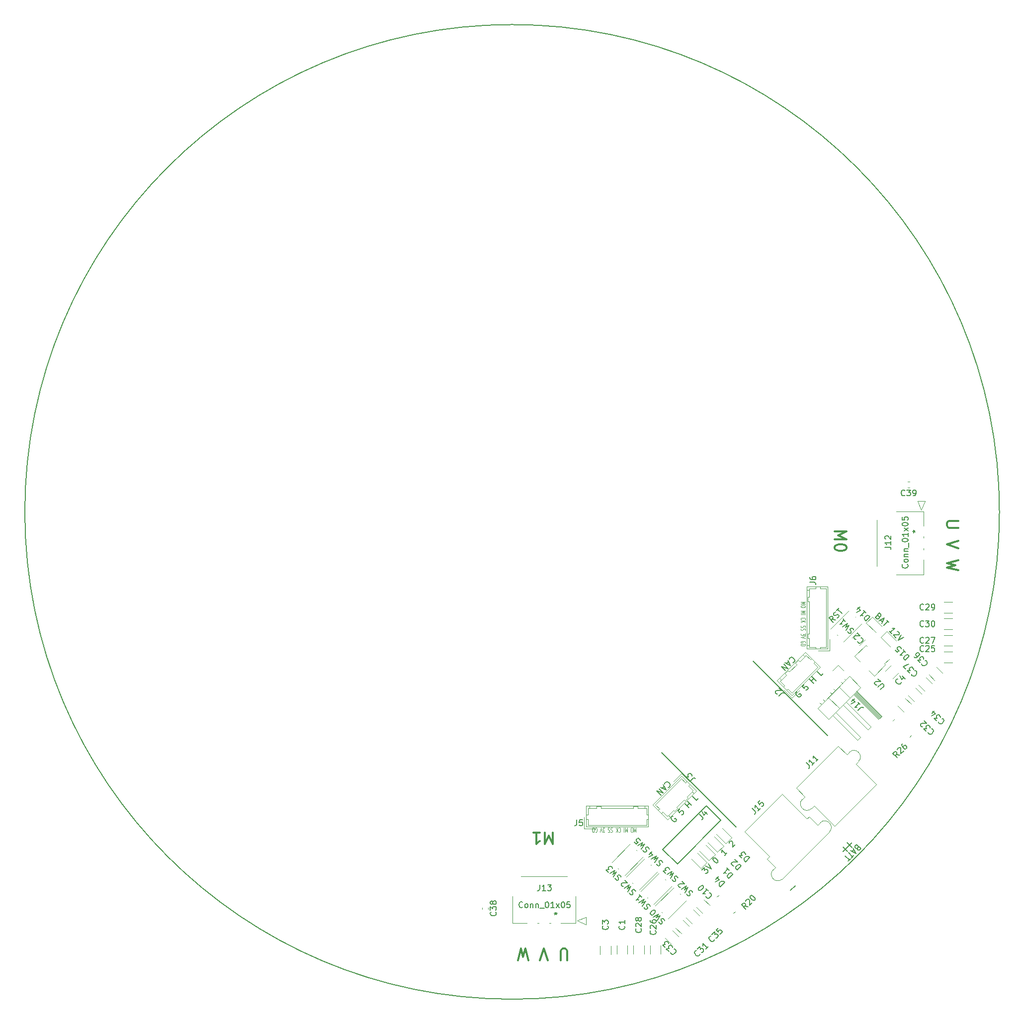
<source format=gbr>
%TF.GenerationSoftware,KiCad,Pcbnew,(6.0.8)*%
%TF.CreationDate,2022-12-08T06:23:49+09:00*%
%TF.ProjectId,ORION_VV_driver_v3,4f52494f-4e5f-4565-965f-647269766572,rev?*%
%TF.SameCoordinates,Original*%
%TF.FileFunction,Legend,Top*%
%TF.FilePolarity,Positive*%
%FSLAX46Y46*%
G04 Gerber Fmt 4.6, Leading zero omitted, Abs format (unit mm)*
G04 Created by KiCad (PCBNEW (6.0.8)) date 2022-12-08 06:23:49*
%MOMM*%
%LPD*%
G01*
G04 APERTURE LIST*
%ADD10C,0.150000*%
%ADD11C,0.300000*%
%ADD12C,0.100000*%
%ADD13C,0.120000*%
%ADD14C,0.200000*%
G04 APERTURE END LIST*
D10*
X94076589Y-149170438D02*
X81348667Y-136442516D01*
X138892822Y-95430322D02*
G75*
G03*
X138892822Y-95430322I-83000000J0D01*
G01*
X109675364Y-133571662D02*
X96947442Y-120843740D01*
X88200867Y-156393028D02*
X88638600Y-155955296D01*
X88672272Y-156460372D01*
X88773287Y-156359357D01*
X88874302Y-156325685D01*
X88941646Y-156325685D01*
X89042661Y-156359357D01*
X89211020Y-156527715D01*
X89244692Y-156628731D01*
X89244692Y-156696074D01*
X89211020Y-156797089D01*
X89008989Y-156999120D01*
X88907974Y-157032792D01*
X88840631Y-157032792D01*
X88840631Y-155753265D02*
X89783440Y-156224670D01*
X89312035Y-155281861D01*
X104481159Y-126037944D02*
X104380144Y-126071616D01*
X104279129Y-126172631D01*
X104211785Y-126307318D01*
X104211785Y-126442005D01*
X104245457Y-126543020D01*
X104346472Y-126711379D01*
X104447487Y-126812394D01*
X104615846Y-126913410D01*
X104716861Y-126947081D01*
X104851548Y-126947081D01*
X104986235Y-126879738D01*
X105053579Y-126812394D01*
X105120922Y-126677707D01*
X105120922Y-126610364D01*
X104885220Y-126374662D01*
X104750533Y-126509349D01*
X105659670Y-124792089D02*
X105322953Y-125128807D01*
X105625999Y-125499196D01*
X105625999Y-125431853D01*
X105659670Y-125330837D01*
X105828029Y-125162479D01*
X105929044Y-125128807D01*
X105996388Y-125128807D01*
X106097403Y-125162479D01*
X106265762Y-125330837D01*
X106299434Y-125431853D01*
X106299434Y-125499196D01*
X106265762Y-125600211D01*
X106097403Y-125768570D01*
X105996388Y-125802242D01*
X105929044Y-125802242D01*
X107242243Y-124623731D02*
X106535136Y-123916624D01*
X106871853Y-124253341D02*
X107275914Y-123849280D01*
X107646304Y-124219670D02*
X106939197Y-123512563D01*
X108858487Y-123007487D02*
X108521769Y-123344204D01*
X107814662Y-122637097D01*
X81870578Y-165029833D02*
X81803235Y-164895146D01*
X81634876Y-164726787D01*
X81533861Y-164693115D01*
X81466517Y-164693115D01*
X81365502Y-164726787D01*
X81298159Y-164794130D01*
X81264487Y-164895146D01*
X81264487Y-164962489D01*
X81298159Y-165063504D01*
X81399174Y-165231863D01*
X81432846Y-165332878D01*
X81432846Y-165400222D01*
X81399174Y-165501237D01*
X81331830Y-165568581D01*
X81230815Y-165602252D01*
X81163472Y-165602252D01*
X81062456Y-165568581D01*
X80894098Y-165400222D01*
X80826754Y-165265535D01*
X80557380Y-165063504D02*
X81096128Y-164188039D01*
X80456365Y-164558428D01*
X80826754Y-163918665D01*
X79951289Y-164457413D01*
X79547228Y-164053352D02*
X79479884Y-163986008D01*
X79446212Y-163884993D01*
X79446212Y-163817650D01*
X79479884Y-163716634D01*
X79580899Y-163548276D01*
X79749258Y-163379917D01*
X79917617Y-163278902D01*
X80018632Y-163245230D01*
X80085976Y-163245230D01*
X80186991Y-163278902D01*
X80254334Y-163346245D01*
X80288006Y-163447260D01*
X80288006Y-163514604D01*
X80254334Y-163615619D01*
X80153319Y-163783978D01*
X79984960Y-163952337D01*
X79816602Y-164053352D01*
X79715586Y-164087024D01*
X79648243Y-164087024D01*
X79547228Y-164053352D01*
D11*
X62815170Y-150033443D02*
X62815170Y-152033443D01*
X62148503Y-150604871D01*
X61481837Y-152033443D01*
X61481837Y-150033443D01*
X59481837Y-150033443D02*
X60624694Y-150033443D01*
X60053265Y-150033443D02*
X60053265Y-152033443D01*
X60243742Y-151747728D01*
X60434218Y-151557252D01*
X60624694Y-151462014D01*
D10*
X76920830Y-160080085D02*
X76853487Y-159945398D01*
X76685128Y-159777039D01*
X76584113Y-159743367D01*
X76516769Y-159743367D01*
X76415754Y-159777039D01*
X76348411Y-159844382D01*
X76314739Y-159945398D01*
X76314739Y-160012741D01*
X76348411Y-160113756D01*
X76449426Y-160282115D01*
X76483098Y-160383130D01*
X76483098Y-160450474D01*
X76449426Y-160551489D01*
X76382082Y-160618833D01*
X76281067Y-160652504D01*
X76213724Y-160652504D01*
X76112708Y-160618833D01*
X75944350Y-160450474D01*
X75877006Y-160315787D01*
X75607632Y-160113756D02*
X76146380Y-159238291D01*
X75506617Y-159608680D01*
X75877006Y-158968917D01*
X75001541Y-159507665D01*
X74833182Y-159204619D02*
X74765838Y-159204619D01*
X74664823Y-159170947D01*
X74496464Y-159002589D01*
X74462793Y-158901573D01*
X74462793Y-158834230D01*
X74496464Y-158733215D01*
X74563808Y-158665871D01*
X74698495Y-158598528D01*
X75506617Y-158598528D01*
X75068884Y-158160795D01*
X92847569Y-151881013D02*
X92847569Y-151813670D01*
X92881241Y-151712655D01*
X93049600Y-151544296D01*
X93150615Y-151510624D01*
X93217959Y-151510624D01*
X93318974Y-151544296D01*
X93386317Y-151611639D01*
X93453661Y-151746326D01*
X93453661Y-152554448D01*
X93891394Y-152116716D01*
X79395704Y-162554959D02*
X79328361Y-162420272D01*
X79160002Y-162251913D01*
X79058987Y-162218241D01*
X78991643Y-162218241D01*
X78890628Y-162251913D01*
X78823285Y-162319256D01*
X78789613Y-162420272D01*
X78789613Y-162487615D01*
X78823285Y-162588630D01*
X78924300Y-162756989D01*
X78957972Y-162858004D01*
X78957972Y-162925348D01*
X78924300Y-163026363D01*
X78856956Y-163093707D01*
X78755941Y-163127378D01*
X78688598Y-163127378D01*
X78587582Y-163093707D01*
X78419224Y-162925348D01*
X78351880Y-162790661D01*
X78082506Y-162588630D02*
X78621254Y-161713165D01*
X77981491Y-162083554D01*
X78351880Y-161443791D01*
X77476415Y-161982539D01*
X77543758Y-160635669D02*
X77947819Y-161039730D01*
X77745789Y-160837699D02*
X77038682Y-161544806D01*
X77207041Y-161511134D01*
X77341728Y-161511134D01*
X77442743Y-161544806D01*
D11*
X131941379Y-96991938D02*
X130322331Y-96991938D01*
X130131855Y-97087177D01*
X130036617Y-97182415D01*
X129941379Y-97372891D01*
X129941379Y-97753843D01*
X130036617Y-97944319D01*
X130131855Y-98039557D01*
X130322331Y-98134796D01*
X131941379Y-98134796D01*
X131941379Y-100325272D02*
X129941379Y-100991938D01*
X131941379Y-101658605D01*
X131941379Y-103658605D02*
X129941379Y-104134796D01*
X131369950Y-104515748D01*
X129941379Y-104896700D01*
X131941379Y-105372891D01*
D10*
X83267956Y-147251147D02*
X83166941Y-147284819D01*
X83065926Y-147385834D01*
X82998582Y-147520521D01*
X82998582Y-147655208D01*
X83032254Y-147756223D01*
X83133269Y-147924582D01*
X83234284Y-148025597D01*
X83402643Y-148126613D01*
X83503658Y-148160284D01*
X83638345Y-148160284D01*
X83773032Y-148092941D01*
X83840376Y-148025597D01*
X83907719Y-147890910D01*
X83907719Y-147823567D01*
X83672017Y-147587865D01*
X83537330Y-147722552D01*
X84446467Y-146005292D02*
X84109750Y-146342010D01*
X84412796Y-146712399D01*
X84412796Y-146645056D01*
X84446467Y-146544040D01*
X84614826Y-146375682D01*
X84715841Y-146342010D01*
X84783185Y-146342010D01*
X84884200Y-146375682D01*
X85052559Y-146544040D01*
X85086231Y-146645056D01*
X85086231Y-146712399D01*
X85052559Y-146813414D01*
X84884200Y-146981773D01*
X84783185Y-147015445D01*
X84715841Y-147015445D01*
X86029040Y-145836934D02*
X85321933Y-145129827D01*
X85658650Y-145466544D02*
X86062711Y-145062483D01*
X86433101Y-145432873D02*
X85725994Y-144725766D01*
X87645284Y-144220690D02*
X87308566Y-144557407D01*
X86601459Y-143850300D01*
X103117453Y-120532613D02*
X103117453Y-120465269D01*
X103184797Y-120330582D01*
X103252140Y-120263239D01*
X103386827Y-120195895D01*
X103521514Y-120195895D01*
X103622529Y-120229567D01*
X103790888Y-120330582D01*
X103891903Y-120431597D01*
X103992919Y-120599956D01*
X104026590Y-120700971D01*
X104026590Y-120835658D01*
X103959247Y-120970345D01*
X103891903Y-121037689D01*
X103757216Y-121105032D01*
X103689873Y-121105032D01*
X102982766Y-120936674D02*
X102646048Y-121273391D01*
X102848079Y-120667300D02*
X103319484Y-121610109D01*
X102376674Y-121138704D01*
X102140972Y-121374407D02*
X102848079Y-122081513D01*
X101736911Y-121778468D01*
X102444018Y-122485574D01*
X110979807Y-113815098D02*
X110407387Y-113714083D01*
X110575746Y-114219159D02*
X109868639Y-113512053D01*
X110138013Y-113242679D01*
X110239028Y-113209007D01*
X110306372Y-113209007D01*
X110407387Y-113242679D01*
X110508402Y-113343694D01*
X110542074Y-113444709D01*
X110542074Y-113512053D01*
X110508402Y-113613068D01*
X110239028Y-113882442D01*
X111215509Y-113512053D02*
X111350196Y-113444709D01*
X111518555Y-113276350D01*
X111552227Y-113175335D01*
X111552227Y-113107991D01*
X111518555Y-113006976D01*
X111451212Y-112939633D01*
X111350196Y-112905961D01*
X111282853Y-112905961D01*
X111181838Y-112939633D01*
X111013479Y-113040648D01*
X110912463Y-113074320D01*
X110845120Y-113074320D01*
X110744105Y-113040648D01*
X110676761Y-112973304D01*
X110643089Y-112872289D01*
X110643089Y-112804946D01*
X110676761Y-112703930D01*
X110845120Y-112535572D01*
X110979807Y-112468228D01*
X111148166Y-112232526D02*
X111552227Y-111828465D01*
X112057303Y-112737602D02*
X111350196Y-112030495D01*
X81904250Y-141745816D02*
X81904250Y-141678472D01*
X81971594Y-141543785D01*
X82038937Y-141476442D01*
X82173624Y-141409098D01*
X82308311Y-141409098D01*
X82409326Y-141442770D01*
X82577685Y-141543785D01*
X82678700Y-141644800D01*
X82779716Y-141813159D01*
X82813387Y-141914174D01*
X82813387Y-142048861D01*
X82746044Y-142183548D01*
X82678700Y-142250892D01*
X82544013Y-142318235D01*
X82476670Y-142318235D01*
X81769563Y-142149877D02*
X81432845Y-142486594D01*
X81634876Y-141880503D02*
X82106281Y-142823312D01*
X81163471Y-142351907D01*
X80927769Y-142587610D02*
X81634876Y-143294716D01*
X80523708Y-142991671D01*
X81230815Y-143698777D01*
X120542585Y-116172120D02*
X120138524Y-115768059D01*
X120340555Y-115970090D02*
X121047661Y-115262983D01*
X120879303Y-115296655D01*
X120744616Y-115296655D01*
X120643600Y-115262983D01*
X121451722Y-115801731D02*
X121519066Y-115801731D01*
X121620081Y-115835403D01*
X121788440Y-116003762D01*
X121822112Y-116104777D01*
X121822112Y-116172120D01*
X121788440Y-116273136D01*
X121721096Y-116340479D01*
X121586409Y-116407823D01*
X120778287Y-116407823D01*
X121216020Y-116845555D01*
X122125157Y-116340479D02*
X121653753Y-117283288D01*
X122596562Y-116811884D01*
D11*
X65291361Y-171832433D02*
X65291361Y-170213385D01*
X65196122Y-170022909D01*
X65100884Y-169927671D01*
X64910408Y-169832433D01*
X64529456Y-169832433D01*
X64338980Y-169927671D01*
X64243742Y-170022909D01*
X64148503Y-170213385D01*
X64148503Y-171832433D01*
X61958027Y-171832433D02*
X61291361Y-169832433D01*
X60624694Y-171832433D01*
X58624694Y-171832433D02*
X58148503Y-169832433D01*
X57767551Y-171261004D01*
X57386599Y-169832433D01*
X56910408Y-171832433D01*
D10*
X74445957Y-157605211D02*
X74378614Y-157470524D01*
X74210255Y-157302165D01*
X74109240Y-157268493D01*
X74041896Y-157268493D01*
X73940881Y-157302165D01*
X73873538Y-157369508D01*
X73839866Y-157470524D01*
X73839866Y-157537867D01*
X73873538Y-157638882D01*
X73974553Y-157807241D01*
X74008225Y-157908256D01*
X74008225Y-157975600D01*
X73974553Y-158076615D01*
X73907209Y-158143959D01*
X73806194Y-158177630D01*
X73738851Y-158177630D01*
X73637835Y-158143959D01*
X73469477Y-157975600D01*
X73402133Y-157840913D01*
X73132759Y-157638882D02*
X73671507Y-156763417D01*
X73031744Y-157133806D01*
X73402133Y-156494043D01*
X72526668Y-157032791D01*
X72324637Y-156830760D02*
X71886904Y-156393028D01*
X72391981Y-156359356D01*
X72290965Y-156258341D01*
X72257294Y-156157325D01*
X72257294Y-156089982D01*
X72290965Y-155988967D01*
X72459324Y-155820608D01*
X72560339Y-155786936D01*
X72627683Y-155786936D01*
X72728698Y-155820608D01*
X72930729Y-156022638D01*
X72964400Y-156123654D01*
X72964400Y-156190997D01*
X114717371Y-152672299D02*
X114582684Y-152739642D01*
X114515341Y-152739642D01*
X114414326Y-152705971D01*
X114313310Y-152604955D01*
X114279639Y-152503940D01*
X114279639Y-152436597D01*
X114313310Y-152335581D01*
X114582684Y-152066207D01*
X115289791Y-152773314D01*
X115054089Y-153009016D01*
X114953074Y-153042688D01*
X114885730Y-153042688D01*
X114784715Y-153009016D01*
X114717371Y-152941673D01*
X114683700Y-152840658D01*
X114683700Y-152773314D01*
X114717371Y-152672299D01*
X114953074Y-152436597D01*
X114111280Y-152941673D02*
X113774562Y-153278390D01*
X113976593Y-152672299D02*
X114447997Y-153615108D01*
X113505188Y-153143703D01*
X114077608Y-153985497D02*
X113673547Y-154389558D01*
X113168471Y-153480421D02*
X113875578Y-154187528D01*
X113538860Y-154524245D02*
X113134799Y-154928306D01*
X112629723Y-154019169D02*
X113336829Y-154726276D01*
X90120158Y-154473738D02*
X90187501Y-154406395D01*
X90288516Y-154372723D01*
X90355860Y-154372723D01*
X90456875Y-154406395D01*
X90625234Y-154507410D01*
X90793593Y-154675769D01*
X90894608Y-154844127D01*
X90928280Y-154945143D01*
X90928280Y-155012486D01*
X90894608Y-155113501D01*
X90827264Y-155180845D01*
X90726249Y-155214517D01*
X90658906Y-155214517D01*
X90557890Y-155180845D01*
X90389532Y-155079830D01*
X90221173Y-154911471D01*
X90120158Y-154743112D01*
X90086486Y-154642097D01*
X90086486Y-154574753D01*
X90120158Y-154473738D01*
D11*
X110849496Y-98761022D02*
X112849496Y-98761022D01*
X111420924Y-99427689D01*
X112849496Y-100094355D01*
X110849496Y-100094355D01*
X112849496Y-101427689D02*
X112849496Y-101618165D01*
X112754258Y-101808641D01*
X112659019Y-101903879D01*
X112468543Y-101999117D01*
X112087591Y-102094355D01*
X111611400Y-102094355D01*
X111230448Y-101999117D01*
X111039972Y-101903879D01*
X110944734Y-101808641D01*
X110849496Y-101618165D01*
X110849496Y-101427689D01*
X110944734Y-101237212D01*
X111039972Y-101141974D01*
X111230448Y-101046736D01*
X111611400Y-100951498D01*
X112087591Y-100951498D01*
X112468543Y-101046736D01*
X112659019Y-101141974D01*
X112754258Y-101237212D01*
X112849496Y-101427689D01*
D12*
X105028392Y-110807920D02*
X105828392Y-110807920D01*
X105256963Y-110974586D01*
X105828392Y-111141253D01*
X105028392Y-111141253D01*
X105828392Y-111474586D02*
X105828392Y-111569825D01*
X105790297Y-111617444D01*
X105714106Y-111665063D01*
X105561725Y-111688872D01*
X105295058Y-111688872D01*
X105142677Y-111665063D01*
X105066487Y-111617444D01*
X105028392Y-111569825D01*
X105028392Y-111474586D01*
X105066487Y-111426967D01*
X105142677Y-111379348D01*
X105295058Y-111355539D01*
X105561725Y-111355539D01*
X105714106Y-111379348D01*
X105790297Y-111426967D01*
X105828392Y-111474586D01*
X105028392Y-112284110D02*
X105828392Y-112284110D01*
X105256963Y-112450777D01*
X105828392Y-112617444D01*
X105028392Y-112617444D01*
X105028392Y-112855539D02*
X105828392Y-112855539D01*
X105104582Y-113760301D02*
X105066487Y-113736491D01*
X105028392Y-113665063D01*
X105028392Y-113617444D01*
X105066487Y-113546015D01*
X105142677Y-113498396D01*
X105218868Y-113474586D01*
X105371249Y-113450777D01*
X105485535Y-113450777D01*
X105637916Y-113474586D01*
X105714106Y-113498396D01*
X105790297Y-113546015D01*
X105828392Y-113617444D01*
X105828392Y-113665063D01*
X105790297Y-113736491D01*
X105752201Y-113760301D01*
X105028392Y-113974586D02*
X105828392Y-113974586D01*
X105028392Y-114260301D02*
X105485535Y-114046015D01*
X105828392Y-114260301D02*
X105371249Y-113974586D01*
X105066487Y-114831729D02*
X105028392Y-114903158D01*
X105028392Y-115022206D01*
X105066487Y-115069825D01*
X105104582Y-115093634D01*
X105180773Y-115117444D01*
X105256963Y-115117444D01*
X105333154Y-115093634D01*
X105371249Y-115069825D01*
X105409344Y-115022206D01*
X105447439Y-114926967D01*
X105485535Y-114879348D01*
X105523630Y-114855539D01*
X105599820Y-114831729D01*
X105676011Y-114831729D01*
X105752201Y-114855539D01*
X105790297Y-114879348D01*
X105828392Y-114926967D01*
X105828392Y-115046015D01*
X105790297Y-115117444D01*
X105066487Y-115307920D02*
X105028392Y-115379348D01*
X105028392Y-115498396D01*
X105066487Y-115546015D01*
X105104582Y-115569825D01*
X105180773Y-115593634D01*
X105256963Y-115593634D01*
X105333154Y-115569825D01*
X105371249Y-115546015D01*
X105409344Y-115498396D01*
X105447439Y-115403158D01*
X105485535Y-115355539D01*
X105523630Y-115331729D01*
X105599820Y-115307920D01*
X105676011Y-115307920D01*
X105752201Y-115331729D01*
X105790297Y-115355539D01*
X105828392Y-115403158D01*
X105828392Y-115522206D01*
X105790297Y-115593634D01*
X105828392Y-116141253D02*
X105828392Y-116450777D01*
X105523630Y-116284110D01*
X105523630Y-116355539D01*
X105485535Y-116403158D01*
X105447439Y-116426967D01*
X105371249Y-116450777D01*
X105180773Y-116450777D01*
X105104582Y-116426967D01*
X105066487Y-116403158D01*
X105028392Y-116355539D01*
X105028392Y-116212682D01*
X105066487Y-116165063D01*
X105104582Y-116141253D01*
X105828392Y-116593634D02*
X105028392Y-116760301D01*
X105828392Y-116926967D01*
X105790297Y-117736491D02*
X105828392Y-117688872D01*
X105828392Y-117617444D01*
X105790297Y-117546015D01*
X105714106Y-117498396D01*
X105637916Y-117474586D01*
X105485535Y-117450777D01*
X105371249Y-117450777D01*
X105218868Y-117474586D01*
X105142677Y-117498396D01*
X105066487Y-117546015D01*
X105028392Y-117617444D01*
X105028392Y-117665063D01*
X105066487Y-117736491D01*
X105104582Y-117760301D01*
X105371249Y-117760301D01*
X105371249Y-117665063D01*
X105028392Y-117974586D02*
X105828392Y-117974586D01*
X105828392Y-118093634D01*
X105790297Y-118165063D01*
X105714106Y-118212682D01*
X105637916Y-118236491D01*
X105485535Y-118260301D01*
X105371249Y-118260301D01*
X105218868Y-118236491D01*
X105142677Y-118212682D01*
X105066487Y-118165063D01*
X105028392Y-118093634D01*
X105028392Y-117974586D01*
D10*
X92477180Y-153530929D02*
X92073119Y-153934990D01*
X92275149Y-153732959D02*
X91568042Y-153025852D01*
X91601714Y-153194211D01*
X91601714Y-153328898D01*
X91568042Y-153429913D01*
D12*
X76981350Y-149212212D02*
X76981350Y-150012212D01*
X76814684Y-149440783D01*
X76648017Y-150012212D01*
X76648017Y-149212212D01*
X76314684Y-150012212D02*
X76219445Y-150012212D01*
X76171826Y-149974117D01*
X76124207Y-149897926D01*
X76100398Y-149745545D01*
X76100398Y-149478878D01*
X76124207Y-149326497D01*
X76171826Y-149250307D01*
X76219445Y-149212212D01*
X76314684Y-149212212D01*
X76362303Y-149250307D01*
X76409922Y-149326497D01*
X76433731Y-149478878D01*
X76433731Y-149745545D01*
X76409922Y-149897926D01*
X76362303Y-149974117D01*
X76314684Y-150012212D01*
X75505160Y-149212212D02*
X75505160Y-150012212D01*
X75338493Y-149440783D01*
X75171826Y-150012212D01*
X75171826Y-149212212D01*
X74933731Y-149212212D02*
X74933731Y-150012212D01*
X74028969Y-149288402D02*
X74052779Y-149250307D01*
X74124207Y-149212212D01*
X74171826Y-149212212D01*
X74243255Y-149250307D01*
X74290874Y-149326497D01*
X74314684Y-149402688D01*
X74338493Y-149555069D01*
X74338493Y-149669355D01*
X74314684Y-149821736D01*
X74290874Y-149897926D01*
X74243255Y-149974117D01*
X74171826Y-150012212D01*
X74124207Y-150012212D01*
X74052779Y-149974117D01*
X74028969Y-149936021D01*
X73814684Y-149212212D02*
X73814684Y-150012212D01*
X73528969Y-149212212D02*
X73743255Y-149669355D01*
X73528969Y-150012212D02*
X73814684Y-149555069D01*
X72957541Y-149250307D02*
X72886112Y-149212212D01*
X72767065Y-149212212D01*
X72719445Y-149250307D01*
X72695636Y-149288402D01*
X72671826Y-149364593D01*
X72671826Y-149440783D01*
X72695636Y-149516974D01*
X72719445Y-149555069D01*
X72767065Y-149593164D01*
X72862303Y-149631259D01*
X72909922Y-149669355D01*
X72933731Y-149707450D01*
X72957541Y-149783640D01*
X72957541Y-149859831D01*
X72933731Y-149936021D01*
X72909922Y-149974117D01*
X72862303Y-150012212D01*
X72743255Y-150012212D01*
X72671826Y-149974117D01*
X72481350Y-149250307D02*
X72409922Y-149212212D01*
X72290874Y-149212212D01*
X72243255Y-149250307D01*
X72219445Y-149288402D01*
X72195636Y-149364593D01*
X72195636Y-149440783D01*
X72219445Y-149516974D01*
X72243255Y-149555069D01*
X72290874Y-149593164D01*
X72386112Y-149631259D01*
X72433731Y-149669355D01*
X72457541Y-149707450D01*
X72481350Y-149783640D01*
X72481350Y-149859831D01*
X72457541Y-149936021D01*
X72433731Y-149974117D01*
X72386112Y-150012212D01*
X72267065Y-150012212D01*
X72195636Y-149974117D01*
X71648017Y-150012212D02*
X71338493Y-150012212D01*
X71505160Y-149707450D01*
X71433731Y-149707450D01*
X71386112Y-149669355D01*
X71362303Y-149631259D01*
X71338493Y-149555069D01*
X71338493Y-149364593D01*
X71362303Y-149288402D01*
X71386112Y-149250307D01*
X71433731Y-149212212D01*
X71576588Y-149212212D01*
X71624207Y-149250307D01*
X71648017Y-149288402D01*
X71195636Y-150012212D02*
X71028969Y-149212212D01*
X70862303Y-150012212D01*
X70052779Y-149974117D02*
X70100398Y-150012212D01*
X70171826Y-150012212D01*
X70243255Y-149974117D01*
X70290874Y-149897926D01*
X70314684Y-149821736D01*
X70338493Y-149669355D01*
X70338493Y-149555069D01*
X70314684Y-149402688D01*
X70290874Y-149326497D01*
X70243255Y-149250307D01*
X70171826Y-149212212D01*
X70124207Y-149212212D01*
X70052779Y-149250307D01*
X70028969Y-149288402D01*
X70028969Y-149555069D01*
X70124207Y-149555069D01*
X69814684Y-149212212D02*
X69814684Y-150012212D01*
X69695636Y-150012212D01*
X69624207Y-149974117D01*
X69576588Y-149897926D01*
X69552779Y-149821736D01*
X69528969Y-149669355D01*
X69528969Y-149555069D01*
X69552779Y-149402688D01*
X69576588Y-149326497D01*
X69624207Y-149250307D01*
X69695636Y-149212212D01*
X69814684Y-149212212D01*
D10*
X118353921Y-113242679D02*
X118421264Y-113377366D01*
X118421264Y-113444709D01*
X118387593Y-113545724D01*
X118286577Y-113646740D01*
X118185562Y-113680411D01*
X118118219Y-113680411D01*
X118017203Y-113646740D01*
X117747829Y-113377366D01*
X118454936Y-112670259D01*
X118690638Y-112905961D01*
X118724310Y-113006976D01*
X118724310Y-113074320D01*
X118690638Y-113175335D01*
X118623295Y-113242679D01*
X118522280Y-113276350D01*
X118454936Y-113276350D01*
X118353921Y-113242679D01*
X118118219Y-113006976D01*
X118623295Y-113848770D02*
X118960013Y-114185488D01*
X118353921Y-113983457D02*
X119296730Y-113512053D01*
X118825326Y-114454862D01*
X119667119Y-113882442D02*
X120071180Y-114286503D01*
X119162043Y-114791579D02*
X119869150Y-114084473D01*
%TO.C,J2*%
X101349687Y-126812394D02*
X101854763Y-126307318D01*
X101989450Y-126239974D01*
X102124137Y-126239974D01*
X102258824Y-126307318D01*
X102326167Y-126374661D01*
X101113984Y-126442005D02*
X101046641Y-126442005D01*
X100945626Y-126408333D01*
X100777267Y-126239974D01*
X100743595Y-126138959D01*
X100743595Y-126071615D01*
X100777267Y-125970600D01*
X100844610Y-125903257D01*
X100979297Y-125835913D01*
X101787419Y-125835913D01*
X101349687Y-125398180D01*
%TO.C,U2*%
X118623295Y-125701227D02*
X119195715Y-125128807D01*
X119229387Y-125027792D01*
X119229387Y-124960448D01*
X119195715Y-124859433D01*
X119061028Y-124724746D01*
X118960013Y-124691074D01*
X118892669Y-124691074D01*
X118791654Y-124724746D01*
X118219234Y-125297166D01*
X117983532Y-124926776D02*
X117916189Y-124926776D01*
X117815173Y-124893105D01*
X117646815Y-124724746D01*
X117613143Y-124623731D01*
X117613143Y-124556387D01*
X117646815Y-124455372D01*
X117714158Y-124388028D01*
X117848845Y-124320685D01*
X118656967Y-124320685D01*
X118219234Y-123882952D01*
%TO.C,D2*%
X94918382Y-155736429D02*
X94211276Y-156443536D01*
X94042917Y-156275177D01*
X93975573Y-156140490D01*
X93975573Y-156005803D01*
X94009245Y-155904788D01*
X94110260Y-155736429D01*
X94211276Y-155635414D01*
X94379634Y-155534399D01*
X94480650Y-155500727D01*
X94615337Y-155500727D01*
X94750024Y-155568070D01*
X94918382Y-155736429D01*
X93605184Y-155702757D02*
X93537840Y-155702757D01*
X93436825Y-155669086D01*
X93268466Y-155500727D01*
X93234795Y-155399711D01*
X93234795Y-155332368D01*
X93268466Y-155231353D01*
X93335810Y-155164009D01*
X93470497Y-155096666D01*
X94278619Y-155096666D01*
X93840886Y-154658933D01*
%TO.C,SW4*%
X81517024Y-155130338D02*
X81449681Y-154995651D01*
X81281322Y-154827292D01*
X81180307Y-154793620D01*
X81112963Y-154793620D01*
X81011948Y-154827292D01*
X80944605Y-154894635D01*
X80910933Y-154995651D01*
X80910933Y-155062994D01*
X80944605Y-155164009D01*
X81045620Y-155332368D01*
X81079292Y-155433383D01*
X81079292Y-155500727D01*
X81045620Y-155601742D01*
X80978276Y-155669086D01*
X80877261Y-155702757D01*
X80809918Y-155702757D01*
X80708902Y-155669086D01*
X80540544Y-155500727D01*
X80473200Y-155366040D01*
X80203826Y-155164009D02*
X80742574Y-154288544D01*
X80102811Y-154658933D01*
X80473200Y-154019170D01*
X79597735Y-154557918D01*
X79261017Y-153749796D02*
X79732422Y-153278391D01*
X79160002Y-154187529D02*
X79833437Y-153850811D01*
X79395704Y-153413078D01*
%TO.C,C37*%
X124482179Y-122502410D02*
X124549523Y-122502410D01*
X124684210Y-122569754D01*
X124751553Y-122637097D01*
X124818897Y-122771784D01*
X124818897Y-122906471D01*
X124785225Y-123007486D01*
X124684210Y-123175845D01*
X124583195Y-123276860D01*
X124414836Y-123377876D01*
X124313821Y-123411547D01*
X124179134Y-123411547D01*
X124044447Y-123344204D01*
X123977103Y-123276860D01*
X123909760Y-123142173D01*
X123909760Y-123074830D01*
X123606714Y-122906471D02*
X123168981Y-122468738D01*
X123674057Y-122435067D01*
X123573042Y-122334051D01*
X123539370Y-122233036D01*
X123539370Y-122165692D01*
X123573042Y-122064677D01*
X123741401Y-121896318D01*
X123842416Y-121862647D01*
X123909760Y-121862647D01*
X124010775Y-121896318D01*
X124212805Y-122098349D01*
X124246477Y-122199364D01*
X124246477Y-122266708D01*
X122933279Y-122233036D02*
X122461874Y-121761631D01*
X123472027Y-121357570D01*
%TO.C,R26*%
X121872619Y-136863412D02*
X121300200Y-136762397D01*
X121468558Y-137267473D02*
X120761452Y-136560366D01*
X121030826Y-136290992D01*
X121131841Y-136257320D01*
X121199184Y-136257320D01*
X121300200Y-136290992D01*
X121401215Y-136392007D01*
X121434887Y-136493023D01*
X121434887Y-136560366D01*
X121401215Y-136661381D01*
X121131841Y-136930755D01*
X121502230Y-135954274D02*
X121502230Y-135886931D01*
X121535902Y-135785916D01*
X121704261Y-135617557D01*
X121805276Y-135583885D01*
X121872619Y-135583885D01*
X121973635Y-135617557D01*
X122040978Y-135684900D01*
X122108322Y-135819587D01*
X122108322Y-136627710D01*
X122546055Y-136189977D01*
X122445039Y-134876778D02*
X122310352Y-135011465D01*
X122276681Y-135112481D01*
X122276681Y-135179824D01*
X122310352Y-135348183D01*
X122411368Y-135516542D01*
X122680742Y-135785916D01*
X122781757Y-135819587D01*
X122849100Y-135819587D01*
X122950116Y-135785916D01*
X123084803Y-135651229D01*
X123118474Y-135550213D01*
X123118474Y-135482870D01*
X123084803Y-135381855D01*
X122916444Y-135213496D01*
X122815429Y-135179824D01*
X122748085Y-135179824D01*
X122647070Y-135213496D01*
X122512383Y-135348183D01*
X122478711Y-135449198D01*
X122478711Y-135516542D01*
X122512383Y-135617557D01*
%TO.C,C26*%
X80291595Y-166783858D02*
X80339214Y-166831477D01*
X80386833Y-166974334D01*
X80386833Y-167069572D01*
X80339214Y-167212429D01*
X80243976Y-167307667D01*
X80148738Y-167355286D01*
X79958262Y-167402905D01*
X79815405Y-167402905D01*
X79624929Y-167355286D01*
X79529691Y-167307667D01*
X79434453Y-167212429D01*
X79386833Y-167069572D01*
X79386833Y-166974334D01*
X79434453Y-166831477D01*
X79482072Y-166783858D01*
X79482072Y-166402905D02*
X79434453Y-166355286D01*
X79386833Y-166260048D01*
X79386833Y-166021953D01*
X79434453Y-165926715D01*
X79482072Y-165879096D01*
X79577310Y-165831477D01*
X79672548Y-165831477D01*
X79815405Y-165879096D01*
X80386833Y-166450524D01*
X80386833Y-165831477D01*
X79386833Y-164974334D02*
X79386833Y-165164810D01*
X79434453Y-165260048D01*
X79482072Y-165307667D01*
X79624929Y-165402905D01*
X79815405Y-165450524D01*
X80196357Y-165450524D01*
X80291595Y-165402905D01*
X80339214Y-165355286D01*
X80386833Y-165260048D01*
X80386833Y-165069572D01*
X80339214Y-164974334D01*
X80291595Y-164926715D01*
X80196357Y-164879096D01*
X79958262Y-164879096D01*
X79863024Y-164926715D01*
X79815405Y-164974334D01*
X79767786Y-165069572D01*
X79767786Y-165260048D01*
X79815405Y-165355286D01*
X79863024Y-165402905D01*
X79958262Y-165450524D01*
%TO.C,SW5*%
X79218928Y-152832240D02*
X79151585Y-152697553D01*
X78983226Y-152529194D01*
X78882211Y-152495522D01*
X78814867Y-152495522D01*
X78713852Y-152529194D01*
X78646509Y-152596537D01*
X78612837Y-152697553D01*
X78612837Y-152764896D01*
X78646509Y-152865911D01*
X78747524Y-153034270D01*
X78781196Y-153135285D01*
X78781196Y-153202629D01*
X78747524Y-153303644D01*
X78680180Y-153370988D01*
X78579165Y-153404659D01*
X78511822Y-153404659D01*
X78410806Y-153370988D01*
X78242448Y-153202629D01*
X78175104Y-153067942D01*
X77905730Y-152865911D02*
X78444478Y-151990446D01*
X77804715Y-152360835D01*
X78175104Y-151721072D01*
X77299639Y-152259820D01*
X76693547Y-151653728D02*
X77030265Y-151990446D01*
X77400654Y-151687400D01*
X77333310Y-151687400D01*
X77232295Y-151653728D01*
X77063936Y-151485370D01*
X77030265Y-151384354D01*
X77030265Y-151317011D01*
X77063936Y-151215996D01*
X77232295Y-151047637D01*
X77333310Y-151013965D01*
X77400654Y-151013965D01*
X77501669Y-151047637D01*
X77670028Y-151215996D01*
X77703700Y-151317011D01*
X77703700Y-151384354D01*
%TO.C,D14*%
X116821857Y-113293187D02*
X116114750Y-114000293D01*
X115946391Y-113831935D01*
X115879048Y-113697248D01*
X115879048Y-113562561D01*
X115912720Y-113461545D01*
X116013735Y-113293187D01*
X116114750Y-113192171D01*
X116283109Y-113091156D01*
X116384124Y-113057484D01*
X116518811Y-113057484D01*
X116653498Y-113124828D01*
X116821857Y-113293187D01*
X115744361Y-112215690D02*
X116148422Y-112619751D01*
X115946391Y-112417721D02*
X115239284Y-113124828D01*
X115407643Y-113091156D01*
X115542330Y-113091156D01*
X115643346Y-113124828D01*
X114666865Y-112081003D02*
X115138269Y-111609599D01*
X114565849Y-112518736D02*
X115239284Y-112182019D01*
X114801552Y-111744286D01*
%TO.C,J12*%
X119409686Y-101443147D02*
X120123972Y-101443147D01*
X120266829Y-101490766D01*
X120362067Y-101586004D01*
X120409686Y-101728862D01*
X120409686Y-101824100D01*
X120409686Y-100443147D02*
X120409686Y-101014576D01*
X120409686Y-100728862D02*
X119409686Y-100728862D01*
X119552544Y-100824100D01*
X119647782Y-100919338D01*
X119695401Y-101014576D01*
X119504925Y-100062195D02*
X119457306Y-100014576D01*
X119409686Y-99919338D01*
X119409686Y-99681243D01*
X119457306Y-99586004D01*
X119504925Y-99538385D01*
X119600163Y-99490766D01*
X119695401Y-99490766D01*
X119838258Y-99538385D01*
X120409686Y-100109814D01*
X120409686Y-99490766D01*
X123214448Y-104371719D02*
X123262067Y-104419338D01*
X123309686Y-104562195D01*
X123309686Y-104657433D01*
X123262067Y-104800290D01*
X123166829Y-104895528D01*
X123071591Y-104943147D01*
X122881115Y-104990766D01*
X122738258Y-104990766D01*
X122547782Y-104943147D01*
X122452544Y-104895528D01*
X122357306Y-104800290D01*
X122309686Y-104657433D01*
X122309686Y-104562195D01*
X122357306Y-104419338D01*
X122404925Y-104371719D01*
X123309686Y-103800290D02*
X123262067Y-103895528D01*
X123214448Y-103943147D01*
X123119210Y-103990766D01*
X122833496Y-103990766D01*
X122738258Y-103943147D01*
X122690639Y-103895528D01*
X122643020Y-103800290D01*
X122643020Y-103657433D01*
X122690639Y-103562195D01*
X122738258Y-103514576D01*
X122833496Y-103466957D01*
X123119210Y-103466957D01*
X123214448Y-103514576D01*
X123262067Y-103562195D01*
X123309686Y-103657433D01*
X123309686Y-103800290D01*
X122643020Y-103038385D02*
X123309686Y-103038385D01*
X122738258Y-103038385D02*
X122690639Y-102990766D01*
X122643020Y-102895528D01*
X122643020Y-102752671D01*
X122690639Y-102657433D01*
X122785877Y-102609814D01*
X123309686Y-102609814D01*
X122643020Y-102133624D02*
X123309686Y-102133624D01*
X122738258Y-102133624D02*
X122690639Y-102086004D01*
X122643020Y-101990766D01*
X122643020Y-101847909D01*
X122690639Y-101752671D01*
X122785877Y-101705052D01*
X123309686Y-101705052D01*
X123404925Y-101466957D02*
X123404925Y-100705052D01*
X122309686Y-100276481D02*
X122309686Y-100181243D01*
X122357306Y-100086004D01*
X122404925Y-100038385D01*
X122500163Y-99990766D01*
X122690639Y-99943147D01*
X122928734Y-99943147D01*
X123119210Y-99990766D01*
X123214448Y-100038385D01*
X123262067Y-100086004D01*
X123309686Y-100181243D01*
X123309686Y-100276481D01*
X123262067Y-100371719D01*
X123214448Y-100419338D01*
X123119210Y-100466957D01*
X122928734Y-100514576D01*
X122690639Y-100514576D01*
X122500163Y-100466957D01*
X122404925Y-100419338D01*
X122357306Y-100371719D01*
X122309686Y-100276481D01*
X123309686Y-98990766D02*
X123309686Y-99562195D01*
X123309686Y-99276481D02*
X122309686Y-99276481D01*
X122452544Y-99371719D01*
X122547782Y-99466957D01*
X122595401Y-99562195D01*
X123309686Y-98657433D02*
X122643020Y-98133624D01*
X122643020Y-98657433D02*
X123309686Y-98133624D01*
X122309686Y-97562195D02*
X122309686Y-97466957D01*
X122357306Y-97371719D01*
X122404925Y-97324100D01*
X122500163Y-97276481D01*
X122690639Y-97228862D01*
X122928734Y-97228862D01*
X123119210Y-97276481D01*
X123214448Y-97324100D01*
X123262067Y-97371719D01*
X123309686Y-97466957D01*
X123309686Y-97562195D01*
X123262067Y-97657433D01*
X123214448Y-97705052D01*
X123119210Y-97752671D01*
X122928734Y-97800290D01*
X122690639Y-97800290D01*
X122500163Y-97752671D01*
X122404925Y-97705052D01*
X122357306Y-97657433D01*
X122309686Y-97562195D01*
X122309686Y-96324100D02*
X122309686Y-96800290D01*
X122785877Y-96847909D01*
X122738258Y-96800290D01*
X122690639Y-96705052D01*
X122690639Y-96466957D01*
X122738258Y-96371719D01*
X122785877Y-96324100D01*
X122881115Y-96276481D01*
X123119210Y-96276481D01*
X123214448Y-96324100D01*
X123262067Y-96371719D01*
X123309686Y-96466957D01*
X123309686Y-96705052D01*
X123262067Y-96800290D01*
X123214448Y-96847909D01*
X124109686Y-98733624D02*
X124347782Y-98733624D01*
X124252544Y-98971719D02*
X124347782Y-98733624D01*
X124252544Y-98495528D01*
X124538258Y-98876481D02*
X124347782Y-98733624D01*
X124538258Y-98590766D01*
%TO.C,J14*%
X114771414Y-129266897D02*
X115276490Y-128761821D01*
X115411177Y-128694478D01*
X115545864Y-128694478D01*
X115680551Y-128761821D01*
X115747895Y-128829165D01*
X114771414Y-127852684D02*
X115175475Y-128256745D01*
X114973445Y-128054714D02*
X114266338Y-128761821D01*
X114434697Y-128728149D01*
X114569384Y-128728149D01*
X114670399Y-128761821D01*
X113693918Y-127717997D02*
X114165323Y-127246592D01*
X113592903Y-128155730D02*
X114266338Y-127819012D01*
X113828605Y-127381279D01*
%TO.C,D1*%
X93504168Y-157150643D02*
X92797062Y-157857750D01*
X92628703Y-157689391D01*
X92561359Y-157554704D01*
X92561359Y-157420017D01*
X92595031Y-157319002D01*
X92696046Y-157150643D01*
X92797062Y-157049628D01*
X92965420Y-156948613D01*
X93066436Y-156914941D01*
X93201123Y-156914941D01*
X93335810Y-156982284D01*
X93504168Y-157150643D01*
X92426672Y-156073147D02*
X92830733Y-156477208D01*
X92628703Y-156275177D02*
X91921596Y-156982284D01*
X92089955Y-156948613D01*
X92224642Y-156948613D01*
X92325657Y-156982284D01*
%TO.C,C36*%
X126249946Y-120734643D02*
X126317290Y-120734643D01*
X126451977Y-120801987D01*
X126519320Y-120869330D01*
X126586664Y-121004017D01*
X126586664Y-121138704D01*
X126552992Y-121239719D01*
X126451977Y-121408078D01*
X126350962Y-121509093D01*
X126182603Y-121610109D01*
X126081588Y-121643780D01*
X125946901Y-121643780D01*
X125812214Y-121576437D01*
X125744870Y-121509093D01*
X125677527Y-121374406D01*
X125677527Y-121307063D01*
X125374481Y-121138704D02*
X124936748Y-120700971D01*
X125441824Y-120667300D01*
X125340809Y-120566284D01*
X125307137Y-120465269D01*
X125307137Y-120397925D01*
X125340809Y-120296910D01*
X125509168Y-120128551D01*
X125610183Y-120094880D01*
X125677527Y-120094880D01*
X125778542Y-120128551D01*
X125980572Y-120330582D01*
X126014244Y-120431597D01*
X126014244Y-120498941D01*
X124330656Y-120094880D02*
X124465343Y-120229567D01*
X124566359Y-120263238D01*
X124633702Y-120263238D01*
X124802061Y-120229567D01*
X124970420Y-120128551D01*
X125239794Y-119859177D01*
X125273465Y-119758162D01*
X125273465Y-119690819D01*
X125239794Y-119589803D01*
X125105107Y-119455116D01*
X125004091Y-119421445D01*
X124936748Y-119421445D01*
X124835733Y-119455116D01*
X124667374Y-119623475D01*
X124633702Y-119724490D01*
X124633702Y-119791834D01*
X124667374Y-119892849D01*
X124802061Y-120027536D01*
X124903076Y-120061208D01*
X124970420Y-120061208D01*
X125071435Y-120027536D01*
%TO.C,J11*%
X105968610Y-138165667D02*
X106473686Y-138670743D01*
X106541029Y-138805430D01*
X106541029Y-138940117D01*
X106473686Y-139074804D01*
X106406342Y-139142148D01*
X107382823Y-138165667D02*
X106978762Y-138569728D01*
X107180793Y-138367698D02*
X106473686Y-137660591D01*
X106507358Y-137828950D01*
X106507358Y-137963637D01*
X106473686Y-138064652D01*
X108056258Y-137492232D02*
X107652197Y-137896293D01*
X107854228Y-137694263D02*
X107147121Y-136987156D01*
X107180793Y-137155515D01*
X107180793Y-137290202D01*
X107147121Y-137391217D01*
X112963916Y-152602430D02*
X113772038Y-151794308D01*
X113772038Y-152602430D02*
X112963916Y-151794308D01*
%TO.C,J6*%
X106610444Y-107430917D02*
X107324730Y-107430917D01*
X107467587Y-107478536D01*
X107562825Y-107573774D01*
X107610444Y-107716631D01*
X107610444Y-107811869D01*
X106610444Y-106526155D02*
X106610444Y-106716631D01*
X106658064Y-106811869D01*
X106705683Y-106859488D01*
X106848540Y-106954726D01*
X107039016Y-107002345D01*
X107419968Y-107002345D01*
X107515206Y-106954726D01*
X107562825Y-106907107D01*
X107610444Y-106811869D01*
X107610444Y-106621393D01*
X107562825Y-106526155D01*
X107515206Y-106478536D01*
X107419968Y-106430917D01*
X107181873Y-106430917D01*
X107086635Y-106478536D01*
X107039016Y-106526155D01*
X106991397Y-106621393D01*
X106991397Y-106811869D01*
X107039016Y-106907107D01*
X107086635Y-106954726D01*
X107181873Y-107002345D01*
%TO.C,C3*%
X72159867Y-165954113D02*
X72207486Y-166001732D01*
X72255105Y-166144589D01*
X72255105Y-166239827D01*
X72207486Y-166382685D01*
X72112248Y-166477923D01*
X72017010Y-166525542D01*
X71826534Y-166573161D01*
X71683677Y-166573161D01*
X71493201Y-166525542D01*
X71397963Y-166477923D01*
X71302725Y-166382685D01*
X71255105Y-166239827D01*
X71255105Y-166144589D01*
X71302725Y-166001732D01*
X71350344Y-165954113D01*
X71255105Y-165620780D02*
X71255105Y-165001732D01*
X71636058Y-165335066D01*
X71636058Y-165192208D01*
X71683677Y-165096970D01*
X71731296Y-165049351D01*
X71826534Y-165001732D01*
X72064629Y-165001732D01*
X72159867Y-165049351D01*
X72207486Y-165096970D01*
X72255105Y-165192208D01*
X72255105Y-165477923D01*
X72207486Y-165573161D01*
X72159867Y-165620780D01*
%TO.C,C25*%
X125960642Y-119121988D02*
X125913023Y-119169607D01*
X125770166Y-119217226D01*
X125674928Y-119217226D01*
X125532071Y-119169607D01*
X125436833Y-119074369D01*
X125389214Y-118979131D01*
X125341595Y-118788655D01*
X125341595Y-118645798D01*
X125389214Y-118455322D01*
X125436833Y-118360084D01*
X125532071Y-118264846D01*
X125674928Y-118217226D01*
X125770166Y-118217226D01*
X125913023Y-118264846D01*
X125960642Y-118312465D01*
X126341595Y-118312465D02*
X126389214Y-118264846D01*
X126484452Y-118217226D01*
X126722547Y-118217226D01*
X126817785Y-118264846D01*
X126865404Y-118312465D01*
X126913023Y-118407703D01*
X126913023Y-118502941D01*
X126865404Y-118645798D01*
X126293976Y-119217226D01*
X126913023Y-119217226D01*
X127817785Y-118217226D02*
X127341595Y-118217226D01*
X127293976Y-118693417D01*
X127341595Y-118645798D01*
X127436833Y-118598179D01*
X127674928Y-118598179D01*
X127770166Y-118645798D01*
X127817785Y-118693417D01*
X127865404Y-118788655D01*
X127865404Y-119026750D01*
X127817785Y-119121988D01*
X127770166Y-119169607D01*
X127674928Y-119217226D01*
X127436833Y-119217226D01*
X127341595Y-119169607D01*
X127293976Y-119121988D01*
%TO.C,SW3*%
X84168675Y-157781988D02*
X84101332Y-157647301D01*
X83932973Y-157478942D01*
X83831958Y-157445270D01*
X83764614Y-157445270D01*
X83663599Y-157478942D01*
X83596256Y-157546285D01*
X83562584Y-157647301D01*
X83562584Y-157714644D01*
X83596256Y-157815659D01*
X83697271Y-157984018D01*
X83730943Y-158085033D01*
X83730943Y-158152377D01*
X83697271Y-158253392D01*
X83629927Y-158320736D01*
X83528912Y-158354407D01*
X83461569Y-158354407D01*
X83360553Y-158320736D01*
X83192195Y-158152377D01*
X83124851Y-158017690D01*
X82855477Y-157815659D02*
X83394225Y-156940194D01*
X82754462Y-157310583D01*
X83124851Y-156670820D01*
X82249386Y-157209568D01*
X82047355Y-157007537D02*
X81609622Y-156569805D01*
X82114699Y-156536133D01*
X82013683Y-156435118D01*
X81980012Y-156334102D01*
X81980012Y-156266759D01*
X82013683Y-156165744D01*
X82182042Y-155997385D01*
X82283057Y-155963713D01*
X82350401Y-155963713D01*
X82451416Y-155997385D01*
X82653447Y-156199415D01*
X82687118Y-156300431D01*
X82687118Y-156367774D01*
%TO.C,C4*%
X122141994Y-124438537D02*
X122141994Y-124505880D01*
X122074650Y-124640567D01*
X122007307Y-124707911D01*
X121872619Y-124775254D01*
X121737932Y-124775254D01*
X121636917Y-124741583D01*
X121468558Y-124640567D01*
X121367543Y-124539552D01*
X121266528Y-124371193D01*
X121232856Y-124270178D01*
X121232856Y-124135491D01*
X121300200Y-124000804D01*
X121367543Y-123933460D01*
X121502230Y-123866117D01*
X121569574Y-123866117D01*
X122344024Y-123428384D02*
X122815429Y-123899789D01*
X121906291Y-123327369D02*
X122243009Y-124000804D01*
X122680742Y-123563071D01*
%TO.C,D4*%
X92089954Y-158564856D02*
X91382848Y-159271963D01*
X91214489Y-159103604D01*
X91147145Y-158968917D01*
X91147145Y-158834230D01*
X91180817Y-158733215D01*
X91281832Y-158564856D01*
X91382848Y-158463841D01*
X91551206Y-158362826D01*
X91652222Y-158329154D01*
X91786909Y-158329154D01*
X91921596Y-158396497D01*
X92089954Y-158564856D01*
X90608397Y-158026108D02*
X91079802Y-157554703D01*
X90507382Y-158463841D02*
X91180817Y-158127123D01*
X90743084Y-157689390D01*
%TO.C,SW1*%
X114072220Y-115560642D02*
X114004877Y-115425955D01*
X113836518Y-115257596D01*
X113735503Y-115223924D01*
X113668159Y-115223924D01*
X113567144Y-115257596D01*
X113499801Y-115324939D01*
X113466129Y-115425955D01*
X113466129Y-115493298D01*
X113499801Y-115594313D01*
X113600816Y-115762672D01*
X113634488Y-115863687D01*
X113634488Y-115931031D01*
X113600816Y-116032046D01*
X113533472Y-116099390D01*
X113432457Y-116133061D01*
X113365114Y-116133061D01*
X113264098Y-116099390D01*
X113095740Y-115931031D01*
X113028396Y-115796344D01*
X112759022Y-115594313D02*
X113297770Y-114718848D01*
X112658007Y-115089237D01*
X113028396Y-114449474D01*
X112152931Y-114988222D01*
X112220274Y-113641352D02*
X112624335Y-114045413D01*
X112422305Y-113843382D02*
X111715198Y-114550489D01*
X111883557Y-114516817D01*
X112018244Y-114516817D01*
X112119259Y-114550489D01*
%TO.C,C34*%
X129078373Y-130634138D02*
X129145717Y-130634138D01*
X129280404Y-130701482D01*
X129347747Y-130768825D01*
X129415091Y-130903512D01*
X129415091Y-131038199D01*
X129381419Y-131139214D01*
X129280404Y-131307573D01*
X129179389Y-131408588D01*
X129011030Y-131509604D01*
X128910015Y-131543275D01*
X128775328Y-131543275D01*
X128640641Y-131475932D01*
X128573297Y-131408588D01*
X128505954Y-131273901D01*
X128505954Y-131206558D01*
X128202908Y-131038199D02*
X127765175Y-130600466D01*
X128270251Y-130566795D01*
X128169236Y-130465779D01*
X128135564Y-130364764D01*
X128135564Y-130297420D01*
X128169236Y-130196405D01*
X128337595Y-130028046D01*
X128438610Y-129994375D01*
X128505954Y-129994375D01*
X128606969Y-130028046D01*
X128808999Y-130230077D01*
X128842671Y-130331092D01*
X128842671Y-130398436D01*
X127394786Y-129758672D02*
X127866190Y-129287268D01*
X127293770Y-130196405D02*
X127967205Y-129859688D01*
X127529473Y-129421955D01*
%TO.C,R20*%
X96063221Y-162672810D02*
X95490802Y-162571795D01*
X95659160Y-163076871D02*
X94952054Y-162369764D01*
X95221428Y-162100390D01*
X95322443Y-162066718D01*
X95389786Y-162066718D01*
X95490802Y-162100390D01*
X95591817Y-162201405D01*
X95625489Y-162302421D01*
X95625489Y-162369764D01*
X95591817Y-162470779D01*
X95322443Y-162740153D01*
X95692832Y-161763672D02*
X95692832Y-161696329D01*
X95726504Y-161595314D01*
X95894863Y-161426955D01*
X95995878Y-161393283D01*
X96063221Y-161393283D01*
X96164237Y-161426955D01*
X96231580Y-161494298D01*
X96298924Y-161628985D01*
X96298924Y-162437108D01*
X96736657Y-161999375D01*
X96467283Y-160854535D02*
X96534626Y-160787192D01*
X96635641Y-160753520D01*
X96702985Y-160753520D01*
X96804000Y-160787192D01*
X96972359Y-160888207D01*
X97140718Y-161056566D01*
X97241733Y-161224924D01*
X97275405Y-161325940D01*
X97275405Y-161393283D01*
X97241733Y-161494298D01*
X97174389Y-161561642D01*
X97073374Y-161595314D01*
X97006031Y-161595314D01*
X96905015Y-161561642D01*
X96736657Y-161460627D01*
X96568298Y-161292268D01*
X96467283Y-161123909D01*
X96433611Y-161022894D01*
X96433611Y-160955550D01*
X96467283Y-160854535D01*
%TO.C,C33*%
X83469987Y-169878564D02*
X83537331Y-169878564D01*
X83672018Y-169945908D01*
X83739361Y-170013251D01*
X83806705Y-170147938D01*
X83806705Y-170282625D01*
X83773033Y-170383640D01*
X83672018Y-170551999D01*
X83571003Y-170653014D01*
X83402644Y-170754030D01*
X83301629Y-170787701D01*
X83166942Y-170787701D01*
X83032255Y-170720358D01*
X82964911Y-170653014D01*
X82897568Y-170518327D01*
X82897568Y-170450984D01*
X82594522Y-170282625D02*
X82156789Y-169844892D01*
X82661865Y-169811221D01*
X82560850Y-169710205D01*
X82527178Y-169609190D01*
X82527178Y-169541846D01*
X82560850Y-169440831D01*
X82729209Y-169272472D01*
X82830224Y-169238801D01*
X82897568Y-169238801D01*
X82998583Y-169272472D01*
X83200613Y-169474503D01*
X83234285Y-169575518D01*
X83234285Y-169642862D01*
X81921087Y-169609190D02*
X81483354Y-169171457D01*
X81988430Y-169137785D01*
X81887415Y-169036770D01*
X81853743Y-168935755D01*
X81853743Y-168868411D01*
X81887415Y-168767396D01*
X82055774Y-168599037D01*
X82156789Y-168565366D01*
X82224132Y-168565366D01*
X82325148Y-168599037D01*
X82527178Y-168801068D01*
X82560850Y-168902083D01*
X82560850Y-168969427D01*
%TO.C,C32*%
X127310606Y-132401905D02*
X127377950Y-132401905D01*
X127512637Y-132469249D01*
X127579980Y-132536592D01*
X127647324Y-132671279D01*
X127647324Y-132805966D01*
X127613652Y-132906981D01*
X127512637Y-133075340D01*
X127411622Y-133176355D01*
X127243263Y-133277371D01*
X127142248Y-133311042D01*
X127007561Y-133311042D01*
X126872874Y-133243699D01*
X126805530Y-133176355D01*
X126738187Y-133041668D01*
X126738187Y-132974325D01*
X126435141Y-132805966D02*
X125997408Y-132368233D01*
X126502484Y-132334562D01*
X126401469Y-132233546D01*
X126367797Y-132132531D01*
X126367797Y-132065187D01*
X126401469Y-131964172D01*
X126569828Y-131795813D01*
X126670843Y-131762142D01*
X126738187Y-131762142D01*
X126839202Y-131795813D01*
X127041232Y-131997844D01*
X127074904Y-132098859D01*
X127074904Y-132166203D01*
X125795377Y-132031516D02*
X125728034Y-132031516D01*
X125627019Y-131997844D01*
X125458660Y-131829485D01*
X125424988Y-131728470D01*
X125424988Y-131661126D01*
X125458660Y-131560111D01*
X125526003Y-131492768D01*
X125660690Y-131425424D01*
X126468812Y-131425424D01*
X126031080Y-130987691D01*
%TO.C,C2*%
X115306628Y-116862391D02*
X115373971Y-116862391D01*
X115508658Y-116929735D01*
X115576002Y-116997079D01*
X115643345Y-117131766D01*
X115643345Y-117266453D01*
X115609674Y-117367468D01*
X115508658Y-117535827D01*
X115407643Y-117636842D01*
X115239284Y-117737857D01*
X115138269Y-117771529D01*
X115003582Y-117771529D01*
X114868895Y-117704185D01*
X114801551Y-117636842D01*
X114734208Y-117502155D01*
X114734208Y-117434811D01*
X114464834Y-117165437D02*
X114397490Y-117165437D01*
X114296475Y-117131766D01*
X114128116Y-116963407D01*
X114094445Y-116862391D01*
X114094445Y-116795048D01*
X114128116Y-116694033D01*
X114195460Y-116626689D01*
X114330147Y-116559346D01*
X115138269Y-116559346D01*
X114700536Y-116121613D01*
%TO.C,J3*%
X86146891Y-141308083D02*
X86651967Y-140803007D01*
X86786654Y-140735663D01*
X86921341Y-140735663D01*
X87056028Y-140803007D01*
X87123371Y-140870350D01*
X85877517Y-141038709D02*
X85439784Y-140600976D01*
X85944860Y-140567304D01*
X85843845Y-140466289D01*
X85810173Y-140365274D01*
X85810173Y-140297930D01*
X85843845Y-140196915D01*
X86012204Y-140028556D01*
X86113219Y-139994885D01*
X86180562Y-139994885D01*
X86281578Y-140028556D01*
X86483608Y-140230587D01*
X86517280Y-140331602D01*
X86517280Y-140398946D01*
%TO.C,C38*%
X53083770Y-163601877D02*
X53131389Y-163649496D01*
X53179008Y-163792353D01*
X53179008Y-163887591D01*
X53131389Y-164030448D01*
X53036151Y-164125686D01*
X52940913Y-164173305D01*
X52750437Y-164220924D01*
X52607580Y-164220924D01*
X52417104Y-164173305D01*
X52321866Y-164125686D01*
X52226628Y-164030448D01*
X52179008Y-163887591D01*
X52179008Y-163792353D01*
X52226628Y-163649496D01*
X52274247Y-163601877D01*
X52179008Y-163268543D02*
X52179008Y-162649496D01*
X52559961Y-162982829D01*
X52559961Y-162839972D01*
X52607580Y-162744734D01*
X52655199Y-162697115D01*
X52750437Y-162649496D01*
X52988532Y-162649496D01*
X53083770Y-162697115D01*
X53131389Y-162744734D01*
X53179008Y-162839972D01*
X53179008Y-163125686D01*
X53131389Y-163220924D01*
X53083770Y-163268543D01*
X52607580Y-162078067D02*
X52559961Y-162173305D01*
X52512342Y-162220924D01*
X52417104Y-162268543D01*
X52369485Y-162268543D01*
X52274247Y-162220924D01*
X52226628Y-162173305D01*
X52179008Y-162078067D01*
X52179008Y-161887591D01*
X52226628Y-161792353D01*
X52274247Y-161744734D01*
X52369485Y-161697115D01*
X52417104Y-161697115D01*
X52512342Y-161744734D01*
X52559961Y-161792353D01*
X52607580Y-161887591D01*
X52607580Y-162078067D01*
X52655199Y-162173305D01*
X52702818Y-162220924D01*
X52798056Y-162268543D01*
X52988532Y-162268543D01*
X53083770Y-162220924D01*
X53131389Y-162173305D01*
X53179008Y-162078067D01*
X53179008Y-161887591D01*
X53131389Y-161792353D01*
X53083770Y-161744734D01*
X52988532Y-161697115D01*
X52798056Y-161697115D01*
X52702818Y-161744734D01*
X52655199Y-161792353D01*
X52607580Y-161887591D01*
%TO.C,C10*%
X89480393Y-160332623D02*
X89547737Y-160332623D01*
X89682424Y-160399967D01*
X89749767Y-160467310D01*
X89817111Y-160601997D01*
X89817111Y-160736684D01*
X89783439Y-160837699D01*
X89682424Y-161006058D01*
X89581409Y-161107073D01*
X89413050Y-161208089D01*
X89312035Y-161241760D01*
X89177348Y-161241760D01*
X89042661Y-161174417D01*
X88975317Y-161107073D01*
X88907974Y-160972386D01*
X88907974Y-160905043D01*
X88874302Y-159591844D02*
X89278363Y-159995905D01*
X89076332Y-159793875D02*
X88369225Y-160500982D01*
X88537584Y-160467310D01*
X88672271Y-160467310D01*
X88773286Y-160500982D01*
X87729462Y-159861218D02*
X87662119Y-159793875D01*
X87628447Y-159692860D01*
X87628447Y-159625516D01*
X87662119Y-159524501D01*
X87763134Y-159356142D01*
X87931493Y-159187783D01*
X88099851Y-159086768D01*
X88200867Y-159053096D01*
X88268210Y-159053096D01*
X88369225Y-159086768D01*
X88436569Y-159154112D01*
X88470241Y-159255127D01*
X88470241Y-159322470D01*
X88436569Y-159423486D01*
X88335554Y-159591844D01*
X88167195Y-159760203D01*
X87998836Y-159861218D01*
X87897821Y-159894890D01*
X87830477Y-159894890D01*
X87729462Y-159861218D01*
%TO.C,J15*%
X96758544Y-145926164D02*
X97263620Y-146431240D01*
X97330963Y-146565927D01*
X97330963Y-146700614D01*
X97263620Y-146835301D01*
X97196276Y-146902645D01*
X98172757Y-145926164D02*
X97768696Y-146330225D01*
X97970727Y-146128195D02*
X97263620Y-145421088D01*
X97297292Y-145589447D01*
X97297292Y-145724134D01*
X97263620Y-145825149D01*
X98105414Y-144579294D02*
X97768696Y-144916012D01*
X98071742Y-145286401D01*
X98071742Y-145219057D01*
X98105414Y-145118042D01*
X98273772Y-144949683D01*
X98374788Y-144916012D01*
X98442131Y-144916012D01*
X98543146Y-144949683D01*
X98711505Y-145118042D01*
X98745177Y-145219057D01*
X98745177Y-145286401D01*
X98711505Y-145387416D01*
X98543146Y-145555775D01*
X98442131Y-145589447D01*
X98374788Y-145589447D01*
X103294230Y-159903308D02*
X104102352Y-159095186D01*
X112239131Y-153291860D02*
X113047253Y-152483738D01*
X113047253Y-153291860D02*
X112239131Y-152483738D01*
%TO.C,J5*%
X66905963Y-147882944D02*
X66905963Y-148597230D01*
X66858344Y-148740087D01*
X66763106Y-148835325D01*
X66620249Y-148882944D01*
X66525011Y-148882944D01*
X67858344Y-147882944D02*
X67382154Y-147882944D01*
X67334535Y-148359135D01*
X67382154Y-148311516D01*
X67477392Y-148263897D01*
X67715487Y-148263897D01*
X67810725Y-148311516D01*
X67858344Y-148359135D01*
X67905963Y-148454373D01*
X67905963Y-148692468D01*
X67858344Y-148787706D01*
X67810725Y-148835325D01*
X67715487Y-148882944D01*
X67477392Y-148882944D01*
X67382154Y-148835325D01*
X67334535Y-148787706D01*
%TO.C,D3*%
X96332595Y-154322215D02*
X95625489Y-155029322D01*
X95457130Y-154860963D01*
X95389786Y-154726276D01*
X95389786Y-154591589D01*
X95423458Y-154490574D01*
X95524473Y-154322215D01*
X95625489Y-154221200D01*
X95793847Y-154120185D01*
X95894863Y-154086513D01*
X96029550Y-154086513D01*
X96164237Y-154153856D01*
X96332595Y-154322215D01*
X94985725Y-154389559D02*
X94547992Y-153951826D01*
X95053069Y-153918154D01*
X94952053Y-153817139D01*
X94918382Y-153716123D01*
X94918382Y-153648780D01*
X94952053Y-153547765D01*
X95120412Y-153379406D01*
X95221427Y-153345734D01*
X95288771Y-153345734D01*
X95389786Y-153379406D01*
X95591817Y-153581436D01*
X95625489Y-153682452D01*
X95625489Y-153749795D01*
%TO.C,C39*%
X122778662Y-92605484D02*
X122731043Y-92653103D01*
X122588186Y-92700722D01*
X122492948Y-92700722D01*
X122350091Y-92653103D01*
X122254853Y-92557865D01*
X122207234Y-92462627D01*
X122159615Y-92272151D01*
X122159615Y-92129294D01*
X122207234Y-91938818D01*
X122254853Y-91843580D01*
X122350091Y-91748342D01*
X122492948Y-91700722D01*
X122588186Y-91700722D01*
X122731043Y-91748342D01*
X122778662Y-91795961D01*
X123111996Y-91700722D02*
X123731043Y-91700722D01*
X123397710Y-92081675D01*
X123540567Y-92081675D01*
X123635805Y-92129294D01*
X123683424Y-92176913D01*
X123731043Y-92272151D01*
X123731043Y-92510246D01*
X123683424Y-92605484D01*
X123635805Y-92653103D01*
X123540567Y-92700722D01*
X123254853Y-92700722D01*
X123159615Y-92653103D01*
X123111996Y-92605484D01*
X124207234Y-92700722D02*
X124397710Y-92700722D01*
X124492948Y-92653103D01*
X124540567Y-92605484D01*
X124635805Y-92462627D01*
X124683424Y-92272151D01*
X124683424Y-91891199D01*
X124635805Y-91795961D01*
X124588186Y-91748342D01*
X124492948Y-91700722D01*
X124302472Y-91700722D01*
X124207234Y-91748342D01*
X124159615Y-91795961D01*
X124111996Y-91891199D01*
X124111996Y-92129294D01*
X124159615Y-92224532D01*
X124207234Y-92272151D01*
X124302472Y-92319770D01*
X124492948Y-92319770D01*
X124588186Y-92272151D01*
X124635805Y-92224532D01*
X124683424Y-92129294D01*
%TO.C,D15*%
X123539371Y-120010701D02*
X122832264Y-120717807D01*
X122663905Y-120549449D01*
X122596562Y-120414762D01*
X122596562Y-120280075D01*
X122630234Y-120179059D01*
X122731249Y-120010701D01*
X122832264Y-119909685D01*
X123000623Y-119808670D01*
X123101638Y-119774998D01*
X123236325Y-119774998D01*
X123371012Y-119842342D01*
X123539371Y-120010701D01*
X122461875Y-118933204D02*
X122865936Y-119337265D01*
X122663905Y-119135235D02*
X121956798Y-119842342D01*
X122125157Y-119808670D01*
X122259844Y-119808670D01*
X122360860Y-119842342D01*
X121115005Y-119000548D02*
X121451722Y-119337265D01*
X121822111Y-119034220D01*
X121754768Y-119034220D01*
X121653753Y-119000548D01*
X121485394Y-118832189D01*
X121451722Y-118731174D01*
X121451722Y-118663830D01*
X121485394Y-118562815D01*
X121653753Y-118394456D01*
X121754768Y-118360785D01*
X121822111Y-118360785D01*
X121923127Y-118394456D01*
X122091485Y-118562815D01*
X122125157Y-118663830D01*
X122125157Y-118731174D01*
%TO.C,J4*%
X87796807Y-146897595D02*
X88301883Y-147402671D01*
X88369227Y-147537358D01*
X88369227Y-147672045D01*
X88301883Y-147806732D01*
X88234540Y-147874075D01*
X88672273Y-146493534D02*
X89143677Y-146964938D01*
X88234540Y-146392518D02*
X88571257Y-147065953D01*
X89008990Y-146628221D01*
%TO.C,C31*%
X87864150Y-170737194D02*
X87864150Y-170804538D01*
X87796806Y-170939225D01*
X87729463Y-171006568D01*
X87594776Y-171073912D01*
X87460089Y-171073912D01*
X87359074Y-171040240D01*
X87190715Y-170939225D01*
X87089700Y-170838210D01*
X86988684Y-170669851D01*
X86955013Y-170568836D01*
X86955013Y-170434149D01*
X87022356Y-170299462D01*
X87089700Y-170232118D01*
X87224387Y-170164775D01*
X87291730Y-170164775D01*
X87460089Y-169861729D02*
X87897822Y-169423996D01*
X87931493Y-169929072D01*
X88032509Y-169828057D01*
X88133524Y-169794385D01*
X88200868Y-169794385D01*
X88301883Y-169828057D01*
X88470242Y-169996416D01*
X88503913Y-170097431D01*
X88503913Y-170164775D01*
X88470242Y-170265790D01*
X88268211Y-170467820D01*
X88167196Y-170501492D01*
X88099852Y-170501492D01*
X89278364Y-169457668D02*
X88874303Y-169861729D01*
X89076333Y-169659698D02*
X88369226Y-168952591D01*
X88402898Y-169120950D01*
X88402898Y-169255637D01*
X88369226Y-169356652D01*
%TO.C,C30*%
X125960642Y-114879348D02*
X125913023Y-114926967D01*
X125770166Y-114974586D01*
X125674928Y-114974586D01*
X125532071Y-114926967D01*
X125436833Y-114831729D01*
X125389214Y-114736491D01*
X125341595Y-114546015D01*
X125341595Y-114403158D01*
X125389214Y-114212682D01*
X125436833Y-114117444D01*
X125532071Y-114022206D01*
X125674928Y-113974586D01*
X125770166Y-113974586D01*
X125913023Y-114022206D01*
X125960642Y-114069825D01*
X126293976Y-113974586D02*
X126913023Y-113974586D01*
X126579690Y-114355539D01*
X126722547Y-114355539D01*
X126817785Y-114403158D01*
X126865404Y-114450777D01*
X126913023Y-114546015D01*
X126913023Y-114784110D01*
X126865404Y-114879348D01*
X126817785Y-114926967D01*
X126722547Y-114974586D01*
X126436833Y-114974586D01*
X126341595Y-114926967D01*
X126293976Y-114879348D01*
X127532071Y-113974586D02*
X127627309Y-113974586D01*
X127722547Y-114022206D01*
X127770166Y-114069825D01*
X127817785Y-114165063D01*
X127865404Y-114355539D01*
X127865404Y-114593634D01*
X127817785Y-114784110D01*
X127770166Y-114879348D01*
X127722547Y-114926967D01*
X127627309Y-114974586D01*
X127532071Y-114974586D01*
X127436833Y-114926967D01*
X127389214Y-114879348D01*
X127341595Y-114784110D01*
X127293976Y-114593634D01*
X127293976Y-114355539D01*
X127341595Y-114165063D01*
X127389214Y-114069825D01*
X127436833Y-114022206D01*
X127532071Y-113974586D01*
%TO.C,C35*%
X90339023Y-168262321D02*
X90339023Y-168329665D01*
X90271679Y-168464352D01*
X90204336Y-168531695D01*
X90069649Y-168599039D01*
X89934962Y-168599039D01*
X89833947Y-168565367D01*
X89665588Y-168464352D01*
X89564573Y-168363337D01*
X89463557Y-168194978D01*
X89429886Y-168093963D01*
X89429886Y-167959276D01*
X89497229Y-167824589D01*
X89564573Y-167757245D01*
X89699260Y-167689902D01*
X89766603Y-167689902D01*
X89934962Y-167386856D02*
X90372695Y-166949123D01*
X90406366Y-167454199D01*
X90507382Y-167353184D01*
X90608397Y-167319512D01*
X90675741Y-167319512D01*
X90776756Y-167353184D01*
X90945115Y-167521543D01*
X90978786Y-167622558D01*
X90978786Y-167689902D01*
X90945115Y-167790917D01*
X90743084Y-167992947D01*
X90642069Y-168026619D01*
X90574725Y-168026619D01*
X91012458Y-166309360D02*
X90675741Y-166646077D01*
X90978786Y-167016466D01*
X90978786Y-166949123D01*
X91012458Y-166848108D01*
X91180817Y-166679749D01*
X91281832Y-166646077D01*
X91349176Y-166646077D01*
X91450191Y-166679749D01*
X91618550Y-166848108D01*
X91652221Y-166949123D01*
X91652221Y-167016466D01*
X91618550Y-167117482D01*
X91450191Y-167285840D01*
X91349176Y-167319512D01*
X91281832Y-167319512D01*
%TO.C,C1*%
X74988294Y-165954113D02*
X75035913Y-166001732D01*
X75083532Y-166144589D01*
X75083532Y-166239827D01*
X75035913Y-166382685D01*
X74940675Y-166477923D01*
X74845437Y-166525542D01*
X74654961Y-166573161D01*
X74512104Y-166573161D01*
X74321628Y-166525542D01*
X74226390Y-166477923D01*
X74131152Y-166382685D01*
X74083532Y-166239827D01*
X74083532Y-166144589D01*
X74131152Y-166001732D01*
X74178771Y-165954113D01*
X75083532Y-165001732D02*
X75083532Y-165573161D01*
X75083532Y-165287447D02*
X74083532Y-165287447D01*
X74226390Y-165382685D01*
X74321628Y-165477923D01*
X74369247Y-165573161D01*
%TO.C,C28*%
X77816721Y-166430304D02*
X77864340Y-166477923D01*
X77911959Y-166620780D01*
X77911959Y-166716018D01*
X77864340Y-166858875D01*
X77769102Y-166954113D01*
X77673864Y-167001732D01*
X77483388Y-167049351D01*
X77340531Y-167049351D01*
X77150055Y-167001732D01*
X77054817Y-166954113D01*
X76959579Y-166858875D01*
X76911959Y-166716018D01*
X76911959Y-166620780D01*
X76959579Y-166477923D01*
X77007198Y-166430304D01*
X77007198Y-166049351D02*
X76959579Y-166001732D01*
X76911959Y-165906494D01*
X76911959Y-165668399D01*
X76959579Y-165573161D01*
X77007198Y-165525542D01*
X77102436Y-165477923D01*
X77197674Y-165477923D01*
X77340531Y-165525542D01*
X77911959Y-166096970D01*
X77911959Y-165477923D01*
X77340531Y-164906494D02*
X77292912Y-165001732D01*
X77245293Y-165049351D01*
X77150055Y-165096970D01*
X77102436Y-165096970D01*
X77007198Y-165049351D01*
X76959579Y-165001732D01*
X76911959Y-164906494D01*
X76911959Y-164716018D01*
X76959579Y-164620780D01*
X77007198Y-164573161D01*
X77102436Y-164525542D01*
X77150055Y-164525542D01*
X77245293Y-164573161D01*
X77292912Y-164620780D01*
X77340531Y-164716018D01*
X77340531Y-164906494D01*
X77388150Y-165001732D01*
X77435769Y-165049351D01*
X77531007Y-165096970D01*
X77721483Y-165096970D01*
X77816721Y-165049351D01*
X77864340Y-165001732D01*
X77911959Y-164906494D01*
X77911959Y-164716018D01*
X77864340Y-164620780D01*
X77816721Y-164573161D01*
X77721483Y-164525542D01*
X77531007Y-164525542D01*
X77435769Y-164573161D01*
X77388150Y-164620780D01*
X77340531Y-164716018D01*
%TO.C,C27*%
X125960642Y-117707775D02*
X125913023Y-117755394D01*
X125770166Y-117803013D01*
X125674928Y-117803013D01*
X125532071Y-117755394D01*
X125436833Y-117660156D01*
X125389214Y-117564918D01*
X125341595Y-117374442D01*
X125341595Y-117231585D01*
X125389214Y-117041109D01*
X125436833Y-116945871D01*
X125532071Y-116850633D01*
X125674928Y-116803013D01*
X125770166Y-116803013D01*
X125913023Y-116850633D01*
X125960642Y-116898252D01*
X126341595Y-116898252D02*
X126389214Y-116850633D01*
X126484452Y-116803013D01*
X126722547Y-116803013D01*
X126817785Y-116850633D01*
X126865404Y-116898252D01*
X126913023Y-116993490D01*
X126913023Y-117088728D01*
X126865404Y-117231585D01*
X126293976Y-117803013D01*
X126913023Y-117803013D01*
X127246357Y-116803013D02*
X127913023Y-116803013D01*
X127484452Y-117803013D01*
%TO.C,C29*%
X125960642Y-112050920D02*
X125913023Y-112098539D01*
X125770166Y-112146158D01*
X125674928Y-112146158D01*
X125532071Y-112098539D01*
X125436833Y-112003301D01*
X125389214Y-111908063D01*
X125341595Y-111717587D01*
X125341595Y-111574730D01*
X125389214Y-111384254D01*
X125436833Y-111289016D01*
X125532071Y-111193778D01*
X125674928Y-111146158D01*
X125770166Y-111146158D01*
X125913023Y-111193778D01*
X125960642Y-111241397D01*
X126341595Y-111241397D02*
X126389214Y-111193778D01*
X126484452Y-111146158D01*
X126722547Y-111146158D01*
X126817785Y-111193778D01*
X126865404Y-111241397D01*
X126913023Y-111336635D01*
X126913023Y-111431873D01*
X126865404Y-111574730D01*
X126293976Y-112146158D01*
X126913023Y-112146158D01*
X127389214Y-112146158D02*
X127579690Y-112146158D01*
X127674928Y-112098539D01*
X127722547Y-112050920D01*
X127817785Y-111908063D01*
X127865404Y-111717587D01*
X127865404Y-111336635D01*
X127817785Y-111241397D01*
X127770166Y-111193778D01*
X127674928Y-111146158D01*
X127484452Y-111146158D01*
X127389214Y-111193778D01*
X127341595Y-111241397D01*
X127293976Y-111336635D01*
X127293976Y-111574730D01*
X127341595Y-111669968D01*
X127389214Y-111717587D01*
X127484452Y-111765206D01*
X127674928Y-111765206D01*
X127770166Y-111717587D01*
X127817785Y-111669968D01*
X127865404Y-111574730D01*
%TO.C,J13*%
X60607920Y-158932720D02*
X60607920Y-159647006D01*
X60560301Y-159789863D01*
X60465063Y-159885101D01*
X60322205Y-159932720D01*
X60226967Y-159932720D01*
X61607920Y-159932720D02*
X61036491Y-159932720D01*
X61322205Y-159932720D02*
X61322205Y-158932720D01*
X61226967Y-159075578D01*
X61131729Y-159170816D01*
X61036491Y-159218435D01*
X61941253Y-158932720D02*
X62560301Y-158932720D01*
X62226967Y-159313673D01*
X62369824Y-159313673D01*
X62465063Y-159361292D01*
X62512682Y-159408911D01*
X62560301Y-159504149D01*
X62560301Y-159742244D01*
X62512682Y-159837482D01*
X62465063Y-159885101D01*
X62369824Y-159932720D01*
X62084110Y-159932720D01*
X61988872Y-159885101D01*
X61941253Y-159837482D01*
X57679348Y-162737482D02*
X57631729Y-162785101D01*
X57488872Y-162832720D01*
X57393634Y-162832720D01*
X57250777Y-162785101D01*
X57155539Y-162689863D01*
X57107920Y-162594625D01*
X57060301Y-162404149D01*
X57060301Y-162261292D01*
X57107920Y-162070816D01*
X57155539Y-161975578D01*
X57250777Y-161880340D01*
X57393634Y-161832720D01*
X57488872Y-161832720D01*
X57631729Y-161880340D01*
X57679348Y-161927959D01*
X58250777Y-162832720D02*
X58155539Y-162785101D01*
X58107920Y-162737482D01*
X58060301Y-162642244D01*
X58060301Y-162356530D01*
X58107920Y-162261292D01*
X58155539Y-162213673D01*
X58250777Y-162166054D01*
X58393634Y-162166054D01*
X58488872Y-162213673D01*
X58536491Y-162261292D01*
X58584110Y-162356530D01*
X58584110Y-162642244D01*
X58536491Y-162737482D01*
X58488872Y-162785101D01*
X58393634Y-162832720D01*
X58250777Y-162832720D01*
X59012682Y-162166054D02*
X59012682Y-162832720D01*
X59012682Y-162261292D02*
X59060301Y-162213673D01*
X59155539Y-162166054D01*
X59298396Y-162166054D01*
X59393634Y-162213673D01*
X59441253Y-162308911D01*
X59441253Y-162832720D01*
X59917444Y-162166054D02*
X59917444Y-162832720D01*
X59917444Y-162261292D02*
X59965063Y-162213673D01*
X60060301Y-162166054D01*
X60203158Y-162166054D01*
X60298396Y-162213673D01*
X60346015Y-162308911D01*
X60346015Y-162832720D01*
X60584110Y-162927959D02*
X61346015Y-162927959D01*
X61774586Y-161832720D02*
X61869824Y-161832720D01*
X61965063Y-161880340D01*
X62012682Y-161927959D01*
X62060301Y-162023197D01*
X62107920Y-162213673D01*
X62107920Y-162451768D01*
X62060301Y-162642244D01*
X62012682Y-162737482D01*
X61965063Y-162785101D01*
X61869824Y-162832720D01*
X61774586Y-162832720D01*
X61679348Y-162785101D01*
X61631729Y-162737482D01*
X61584110Y-162642244D01*
X61536491Y-162451768D01*
X61536491Y-162213673D01*
X61584110Y-162023197D01*
X61631729Y-161927959D01*
X61679348Y-161880340D01*
X61774586Y-161832720D01*
X63060301Y-162832720D02*
X62488872Y-162832720D01*
X62774586Y-162832720D02*
X62774586Y-161832720D01*
X62679348Y-161975578D01*
X62584110Y-162070816D01*
X62488872Y-162118435D01*
X63393634Y-162832720D02*
X63917444Y-162166054D01*
X63393634Y-162166054D02*
X63917444Y-162832720D01*
X64488872Y-161832720D02*
X64584110Y-161832720D01*
X64679348Y-161880340D01*
X64726967Y-161927959D01*
X64774586Y-162023197D01*
X64822205Y-162213673D01*
X64822205Y-162451768D01*
X64774586Y-162642244D01*
X64726967Y-162737482D01*
X64679348Y-162785101D01*
X64584110Y-162832720D01*
X64488872Y-162832720D01*
X64393634Y-162785101D01*
X64346015Y-162737482D01*
X64298396Y-162642244D01*
X64250777Y-162451768D01*
X64250777Y-162213673D01*
X64298396Y-162023197D01*
X64346015Y-161927959D01*
X64393634Y-161880340D01*
X64488872Y-161832720D01*
X65726967Y-161832720D02*
X65250777Y-161832720D01*
X65203158Y-162308911D01*
X65250777Y-162261292D01*
X65346015Y-162213673D01*
X65584110Y-162213673D01*
X65679348Y-162261292D01*
X65726967Y-162308911D01*
X65774586Y-162404149D01*
X65774586Y-162642244D01*
X65726967Y-162737482D01*
X65679348Y-162785101D01*
X65584110Y-162832720D01*
X65346015Y-162832720D01*
X65250777Y-162785101D01*
X65203158Y-162737482D01*
X63317444Y-163632720D02*
X63317444Y-163870816D01*
X63079348Y-163775578D02*
X63317444Y-163870816D01*
X63555539Y-163775578D01*
X63174586Y-164061292D02*
X63317444Y-163870816D01*
X63460301Y-164061292D01*
%TO.C,SW2*%
X86643549Y-160256862D02*
X86576206Y-160122175D01*
X86407847Y-159953816D01*
X86306832Y-159920144D01*
X86239488Y-159920144D01*
X86138473Y-159953816D01*
X86071130Y-160021159D01*
X86037458Y-160122175D01*
X86037458Y-160189518D01*
X86071130Y-160290533D01*
X86172145Y-160458892D01*
X86205817Y-160559907D01*
X86205817Y-160627251D01*
X86172145Y-160728266D01*
X86104801Y-160795610D01*
X86003786Y-160829281D01*
X85936443Y-160829281D01*
X85835427Y-160795610D01*
X85667069Y-160627251D01*
X85599725Y-160492564D01*
X85330351Y-160290533D02*
X85869099Y-159415068D01*
X85229336Y-159785457D01*
X85599725Y-159145694D01*
X84724260Y-159684442D01*
X84555901Y-159381396D02*
X84488557Y-159381396D01*
X84387542Y-159347724D01*
X84219183Y-159179366D01*
X84185512Y-159078350D01*
X84185512Y-159011007D01*
X84219183Y-158909992D01*
X84286527Y-158842648D01*
X84421214Y-158775305D01*
X85229336Y-158775305D01*
X84791603Y-158337572D01*
D13*
%TO.C,J2*%
X106928255Y-120408869D02*
X106716123Y-120621001D01*
X101518888Y-124262601D02*
X101731020Y-124050469D01*
X105938305Y-119843184D02*
X105726173Y-120055316D01*
X102827036Y-125570748D02*
X103534142Y-126277855D01*
X106716123Y-120621001D02*
X105938305Y-119843184D01*
X105726173Y-120055316D02*
X105407975Y-119737118D01*
X102579548Y-123201941D02*
X102367416Y-122989809D01*
X103534142Y-126277855D02*
X107953560Y-121858438D01*
X104347315Y-121434174D02*
X104135183Y-121222042D01*
X102296705Y-125040418D02*
X101518888Y-124262601D01*
X103534142Y-127140526D02*
X104884716Y-125789952D01*
X104135183Y-121222042D02*
X104665513Y-120691712D01*
X102183568Y-125789952D02*
X103534142Y-127140526D01*
X102614903Y-125782881D02*
X102827036Y-125570748D01*
X101731020Y-124050469D02*
X102579548Y-123201941D01*
X108377824Y-121858438D02*
X105832239Y-119312853D01*
X103109878Y-122671611D02*
X104347315Y-121434174D01*
X100988558Y-124156535D02*
X103534142Y-126702119D01*
X102367416Y-122989809D02*
X102897746Y-122459479D01*
X107953560Y-121858438D02*
X107246453Y-121151331D01*
X102897746Y-122459479D02*
X103109878Y-122671611D01*
X104665513Y-120691712D02*
X104877645Y-120903844D01*
X104877645Y-120903844D02*
X105726173Y-120055316D01*
X107246453Y-121151331D02*
X107458585Y-120939199D01*
X102084573Y-125252550D02*
X102296705Y-125040418D01*
X101731020Y-124050469D02*
X101412822Y-123732271D01*
X103534142Y-126702119D02*
X108377824Y-121858438D01*
X105832239Y-119312853D02*
X100988558Y-124156535D01*
%TO.C,U2*%
X120119331Y-120483116D02*
X119313230Y-121289217D01*
X119475864Y-121451852D02*
X117552534Y-123375182D01*
X115141300Y-120963948D02*
X114214990Y-120037638D01*
X116138320Y-118114308D02*
X116300955Y-118276942D01*
X119475864Y-121451852D02*
X119313230Y-121289217D01*
X117552534Y-123375182D02*
X116626224Y-122448872D01*
X114214990Y-120037638D02*
X116138320Y-118114308D01*
%TO.C,D2*%
X91907539Y-152325902D02*
X90291800Y-150710163D01*
X89252353Y-151749610D02*
X90868092Y-153365349D01*
X90868092Y-153365349D02*
X91907539Y-152325902D01*
%TO.C,SW4*%
X78449528Y-154473739D02*
X75338259Y-157585008D01*
X76469629Y-158716379D02*
X76398919Y-158645669D01*
X79580899Y-155605109D02*
X79510189Y-155534399D01*
X77530290Y-159777039D02*
X80641559Y-156665770D01*
%TO.C,C37*%
X127396345Y-124634718D02*
X126390483Y-123628856D01*
X126109411Y-125921652D02*
X125103549Y-124915790D01*
%TO.C,R26*%
X123571609Y-133796340D02*
X123868937Y-133499012D01*
X120764395Y-130989126D02*
X121061723Y-130691798D01*
%TO.C,C26*%
X81198006Y-170741340D02*
X81198006Y-169318836D01*
X79378006Y-170741340D02*
X79378006Y-169318836D01*
%TO.C,SW5*%
X73994756Y-156241505D02*
X73924046Y-156170795D01*
X75974655Y-151998865D02*
X72863386Y-155110134D01*
X77106026Y-153130235D02*
X77035316Y-153059525D01*
X75055417Y-157302165D02*
X78166686Y-154190896D01*
%TO.C,D14*%
X116194889Y-114345429D02*
X117810628Y-115961168D01*
X118850075Y-114921721D02*
X117234336Y-113305982D01*
X117234336Y-113305982D02*
X116194889Y-114345429D01*
%TO.C,J12*%
X125982306Y-95358635D02*
X121352346Y-95358635D01*
X125982306Y-101863584D02*
X125982306Y-101603665D01*
X121352346Y-106108613D02*
X125982306Y-106108613D01*
X124922306Y-93580635D02*
X126192306Y-93580635D01*
X125557306Y-95104635D02*
X124922306Y-93580635D01*
X125982306Y-106108613D02*
X125982306Y-103603664D01*
X126192306Y-93580635D02*
X125557306Y-95104635D01*
X125982306Y-97863584D02*
X125982306Y-95358635D01*
X125982306Y-99863585D02*
X125982306Y-99603664D01*
X118032306Y-96817642D02*
X118032306Y-104649606D01*
%TO.C,J14*%
X111418382Y-121547312D02*
X112316408Y-122445337D01*
X108295041Y-127941628D02*
X108575813Y-128222400D01*
X111934570Y-124396952D02*
X112167915Y-124630297D01*
X110520356Y-122445337D02*
X111418382Y-121547312D01*
X117032810Y-132012492D02*
X116495409Y-132549893D01*
X114289236Y-126270785D02*
X118531876Y-130513426D01*
X114586220Y-125973800D02*
X118828861Y-130216441D01*
X118291460Y-130753842D02*
X114048819Y-126511201D01*
X110091092Y-126145577D02*
X110371864Y-126426349D01*
X114699357Y-134345945D02*
X110456717Y-130103304D01*
X110994118Y-129565903D02*
X115236759Y-133808543D01*
X109742539Y-127055674D02*
X111623443Y-128936578D01*
X111538590Y-125259622D02*
X113419494Y-127140526D01*
X112790169Y-127769851D02*
X117032810Y-132012492D01*
X108832442Y-127404227D02*
X109113214Y-127684999D01*
X114543794Y-126016227D02*
X118786435Y-130258867D01*
X114204383Y-126355638D02*
X118447023Y-130598279D01*
X115257972Y-125302049D02*
X113377068Y-123421145D01*
X114119530Y-126440491D02*
X118362171Y-130683131D01*
X118828861Y-130216441D02*
X118291460Y-130753842D01*
X107904061Y-128894151D02*
X109784965Y-130775055D01*
X114374088Y-126185932D02*
X118616729Y-130428573D01*
X109784965Y-130775055D02*
X115257972Y-125302049D01*
X116495409Y-132549893D02*
X112252768Y-128307253D01*
X112471971Y-123859551D02*
X112705316Y-124092896D01*
X114458941Y-126101079D02*
X118701582Y-130343720D01*
X110628494Y-125608176D02*
X110909265Y-125888947D01*
X115236759Y-133808543D02*
X114699357Y-134345945D01*
X113377068Y-123421145D02*
X107904061Y-128894151D01*
%TO.C,D1*%
X90465041Y-153768400D02*
X88849302Y-152152661D01*
X89425594Y-154807847D02*
X90465041Y-153768400D01*
X87809855Y-153192108D02*
X89425594Y-154807847D01*
%TO.C,C36*%
X129164112Y-122866951D02*
X128158250Y-121861089D01*
X127877178Y-124153885D02*
X126871316Y-123148023D01*
%TO.C,J11*%
X107317163Y-145525302D02*
X110781987Y-148990125D01*
X104262462Y-142470601D02*
X105747386Y-143955525D01*
X105330193Y-144372718D02*
X105747386Y-143955525D01*
X106899970Y-145942495D02*
X107317163Y-145525302D01*
X104262462Y-142470601D02*
X111418383Y-135314680D01*
X112903307Y-136799604D02*
X113320500Y-136382411D01*
X114473084Y-138369381D02*
X114890277Y-137952188D01*
X110781987Y-148990125D02*
X117937907Y-141834205D01*
X114473084Y-138369381D02*
X117937907Y-141834205D01*
X111418383Y-135314680D02*
X112903307Y-136799604D01*
X105330193Y-144372718D02*
G75*
G03*
X106899970Y-145942495I784889J-784888D01*
G01*
X114890278Y-137952189D02*
G75*
G03*
X113320500Y-136382411I-784889J784889D01*
G01*
%TO.C,J6*%
X106515171Y-118161545D02*
X106065171Y-118161545D01*
X106215171Y-109961545D02*
X106515171Y-109961545D01*
X107615171Y-108461545D02*
X106515171Y-108461545D01*
X106515171Y-108761545D02*
X106065171Y-108761545D01*
X106515171Y-116211545D02*
X106515171Y-110711545D01*
X109365171Y-108461545D02*
X108365171Y-108461545D01*
X108365171Y-118761545D02*
X108365171Y-118461545D01*
X108365171Y-108461545D02*
X108365171Y-108161545D01*
X106065171Y-118761545D02*
X109665171Y-118761545D01*
X107615171Y-118761545D02*
X107615171Y-118461545D01*
X109975171Y-119071545D02*
X109975171Y-117161545D01*
X106515171Y-118461545D02*
X106515171Y-118161545D01*
X106515171Y-116961545D02*
X106215171Y-116961545D01*
X106215171Y-110711545D02*
X106215171Y-109961545D01*
X109665171Y-118761545D02*
X109665171Y-108161545D01*
X109665171Y-108161545D02*
X106065171Y-108161545D01*
X106515171Y-110711545D02*
X106215171Y-110711545D01*
X106515171Y-108461545D02*
X106515171Y-108761545D01*
X109365171Y-118461545D02*
X109365171Y-108461545D01*
X107615171Y-108161545D02*
X107615171Y-108461545D01*
X106215171Y-116961545D02*
X106215171Y-116211545D01*
X107615171Y-118461545D02*
X106515171Y-118461545D01*
X106065171Y-108161545D02*
X106065171Y-118761545D01*
X108065171Y-119071545D02*
X109975171Y-119071545D01*
X108365171Y-118461545D02*
X109365171Y-118461545D01*
X106515171Y-109961545D02*
X106515171Y-108761545D01*
X106215171Y-116211545D02*
X106515171Y-116211545D01*
X106515171Y-118161545D02*
X106515171Y-116961545D01*
%TO.C,C3*%
X72712725Y-170802127D02*
X72712725Y-169379623D01*
X70892725Y-170802127D02*
X70892725Y-169379623D01*
%TO.C,C25*%
X130850286Y-121089060D02*
X129427782Y-121089060D01*
X130850286Y-119269060D02*
X129427782Y-119269060D01*
%TO.C,SW3*%
X82055773Y-158079983D02*
X81985063Y-158009273D01*
X80005164Y-162251913D02*
X83116433Y-159140644D01*
X80924402Y-156948613D02*
X77813133Y-160059882D01*
X78944503Y-161191253D02*
X78873793Y-161120543D01*
%TO.C,C4*%
X120733629Y-123800332D02*
X121739491Y-122794470D01*
X119446695Y-122513398D02*
X120452557Y-121507536D01*
%TO.C,D4*%
X89079111Y-155154329D02*
X87463372Y-153538590D01*
X86423925Y-154578037D02*
X88039664Y-156193776D01*
X88039664Y-156193776D02*
X89079111Y-155154329D01*
%TO.C,SW1*%
X111223928Y-116396039D02*
X111294638Y-116466749D01*
X113274537Y-112224109D02*
X110163268Y-115335378D01*
X114335198Y-113284769D02*
X114405908Y-113355479D01*
X112355299Y-117527409D02*
X115466568Y-114416140D01*
%TO.C,C34*%
X125628578Y-126402485D02*
X124622716Y-125396623D01*
X124341644Y-127689419D02*
X123335782Y-126683557D01*
%TO.C,R20*%
X93861093Y-163506856D02*
X93563765Y-163804184D01*
X91053879Y-160699642D02*
X90756551Y-160996970D01*
%TO.C,C33*%
X82975898Y-169055165D02*
X81970036Y-168049303D01*
X84262832Y-167768231D02*
X83256970Y-166762369D01*
%TO.C,C32*%
X122573877Y-129457186D02*
X121568015Y-128451324D01*
X123860811Y-128170252D02*
X122854949Y-127164390D01*
%TO.C,C2*%
X115076775Y-118143477D02*
X116082637Y-117137615D01*
X113789841Y-116856543D02*
X114795703Y-115850681D01*
%TO.C,J3*%
X83363921Y-146235944D02*
X82515393Y-147084472D01*
X86510546Y-143089319D02*
X86828744Y-143407517D01*
X85874150Y-144149979D02*
X85343820Y-144680309D01*
X82303261Y-147296604D02*
X82515393Y-147084472D01*
X86156993Y-141887238D02*
X85944861Y-142099370D01*
X85414530Y-141569040D02*
X84707424Y-140861933D01*
X85944861Y-142099370D02*
X86722678Y-142877187D01*
X85662018Y-143937847D02*
X85874150Y-144149979D01*
X81525443Y-146518787D02*
X82303261Y-147296604D01*
X84106383Y-145917746D02*
X83576053Y-146448076D01*
X86722678Y-142877187D02*
X86510546Y-143089319D01*
X86057998Y-141349836D02*
X84707424Y-139999262D01*
X81313311Y-146730919D02*
X81525443Y-146518787D01*
X80288006Y-145281350D02*
X80995113Y-145988457D01*
X85131688Y-144468177D02*
X83894251Y-145705614D01*
X83576053Y-146448076D02*
X83363921Y-146235944D01*
X85626663Y-141356907D02*
X85414530Y-141569040D01*
X84707424Y-140861933D02*
X80288006Y-145281350D01*
X87253008Y-142983253D02*
X84707424Y-140437669D01*
X84707424Y-140437669D02*
X79863742Y-145281350D01*
X82409327Y-147826935D02*
X87253008Y-142983253D01*
X85343820Y-144680309D02*
X85131688Y-144468177D01*
X80995113Y-145988457D02*
X80782981Y-146200589D01*
X79863742Y-145281350D02*
X82409327Y-147826935D01*
X84707424Y-139999262D02*
X83356850Y-141349836D01*
X82515393Y-147084472D02*
X82833591Y-147402670D01*
X86510546Y-143089319D02*
X85662018Y-143937847D01*
X83894251Y-145705614D02*
X84106383Y-145917746D01*
%TO.C,C38*%
X51806628Y-162818440D02*
X51806628Y-163099600D01*
X50786628Y-162818440D02*
X50786628Y-163099600D01*
%TO.C,C10*%
X89566132Y-162464931D02*
X88560270Y-161459069D01*
X88279198Y-163751865D02*
X87273336Y-162746003D01*
%TO.C,J15*%
X99330392Y-154509094D02*
X100779961Y-155958663D01*
X99330392Y-154509094D02*
X99705159Y-154134327D01*
X101854764Y-158023415D02*
X110000634Y-149877545D01*
X106486313Y-147353173D02*
X107935882Y-148802742D01*
X95462518Y-149891687D02*
X99705159Y-154134327D01*
X95462518Y-149891687D02*
X101847692Y-143506513D01*
X101868906Y-143485299D02*
X106111546Y-147727940D01*
X106111546Y-147727940D02*
X106486313Y-147353173D01*
X100284986Y-156453638D02*
X100779961Y-155958663D01*
X107935882Y-148802742D02*
X108430857Y-148307768D01*
X100362768Y-156375856D02*
G75*
G03*
X101801664Y-158057613I784889J-784888D01*
G01*
X109922852Y-149955326D02*
G75*
G03*
X108353075Y-148385549I-784889J784888D01*
G01*
%TO.C,J5*%
X68484958Y-147006224D02*
X68784958Y-147006224D01*
X77284958Y-145906224D02*
X78484958Y-145906224D01*
X68784958Y-145906224D02*
X69084958Y-145906224D01*
X71034958Y-145606224D02*
X71034958Y-145906224D01*
X68784958Y-147006224D02*
X68784958Y-145906224D01*
X79084958Y-147006224D02*
X78784958Y-147006224D01*
X78784958Y-145906224D02*
X78484958Y-145906224D01*
X68174958Y-149366224D02*
X70084958Y-149366224D01*
X68174958Y-147456224D02*
X68174958Y-149366224D01*
X68484958Y-149056224D02*
X79084958Y-149056224D01*
X78784958Y-147756224D02*
X79084958Y-147756224D01*
X78484958Y-145906224D02*
X78484958Y-145456224D01*
X68784958Y-148756224D02*
X78784958Y-148756224D01*
X71034958Y-145906224D02*
X76534958Y-145906224D01*
X78784958Y-148756224D02*
X78784958Y-147756224D01*
X68484958Y-145456224D02*
X68484958Y-149056224D01*
X70284958Y-145606224D02*
X71034958Y-145606224D01*
X69084958Y-145906224D02*
X69084958Y-145456224D01*
X76534958Y-145906224D02*
X76534958Y-145606224D01*
X70284958Y-145906224D02*
X70284958Y-145606224D01*
X68784958Y-147756224D02*
X68784958Y-148756224D01*
X79084958Y-145456224D02*
X68484958Y-145456224D01*
X68484958Y-147756224D02*
X68784958Y-147756224D01*
X76534958Y-145606224D02*
X77284958Y-145606224D01*
X77284958Y-145606224D02*
X77284958Y-145906224D01*
X79084958Y-149056224D02*
X79084958Y-145456224D01*
X78784958Y-147006224D02*
X78784958Y-145906224D01*
X69084958Y-145906224D02*
X70284958Y-145906224D01*
%TO.C,D3*%
X93321752Y-150911688D02*
X91706013Y-149295949D01*
X92282305Y-151951135D02*
X93321752Y-150911688D01*
X90666566Y-150335396D02*
X92282305Y-151951135D01*
%TO.C,C39*%
X123280940Y-91344128D02*
X123562100Y-91344128D01*
X123280940Y-90324128D02*
X123562100Y-90324128D01*
%TO.C,D15*%
X121324949Y-117396595D02*
X119709210Y-115780856D01*
X118669763Y-116820303D02*
X120285502Y-118436042D01*
X119709210Y-115780856D02*
X118669763Y-116820303D01*
D14*
%TO.C,J4*%
X91460294Y-147968357D02*
X84035673Y-155392978D01*
X91460294Y-147968357D02*
X88985420Y-145493483D01*
X81560799Y-152918104D02*
X88985420Y-145493483D01*
X84035673Y-155392978D02*
X81560799Y-152918104D01*
D13*
%TO.C,C31*%
X86030598Y-166000465D02*
X85024736Y-164994603D01*
X84743664Y-167287399D02*
X83737802Y-166281537D01*
%TO.C,C30*%
X130850286Y-115432206D02*
X129427782Y-115432206D01*
X130850286Y-113612206D02*
X129427782Y-113612206D01*
%TO.C,C35*%
X87798365Y-164232698D02*
X86792503Y-163226836D01*
X86511431Y-165519632D02*
X85505569Y-164513770D01*
%TO.C,C1*%
X73721152Y-170741340D02*
X73721152Y-169318836D01*
X75541152Y-170741340D02*
X75541152Y-169318836D01*
%TO.C,C28*%
X76549579Y-170741340D02*
X76549579Y-169318836D01*
X78369579Y-170741340D02*
X78369579Y-169318836D01*
%TO.C,C27*%
X130850286Y-118260633D02*
X129427782Y-118260633D01*
X130850286Y-116440633D02*
X129427782Y-116440633D01*
%TO.C,C29*%
X130850286Y-112603778D02*
X129427782Y-112603778D01*
X130850286Y-110783778D02*
X129427782Y-110783778D01*
%TO.C,J13*%
X60187484Y-165505340D02*
X60447403Y-165505340D01*
X68470433Y-165715340D02*
X66946433Y-165080340D01*
X55942455Y-160875380D02*
X55942455Y-165505340D01*
X55942455Y-165505340D02*
X58447404Y-165505340D01*
X66946433Y-165080340D02*
X68470433Y-164445340D01*
X62187483Y-165505340D02*
X62447404Y-165505340D01*
X68470433Y-164445340D02*
X68470433Y-165715340D01*
X65233426Y-157555340D02*
X57401462Y-157555340D01*
X64187484Y-165505340D02*
X66692433Y-165505340D01*
X66692433Y-165505340D02*
X66692433Y-160875380D01*
%TO.C,SW2*%
X84530647Y-160554857D02*
X84459937Y-160484147D01*
X81419377Y-163666127D02*
X81348667Y-163595417D01*
X82480038Y-164726787D02*
X85591307Y-161615518D01*
X83399276Y-159423487D02*
X80288007Y-162534756D01*
%TD*%
M02*

</source>
